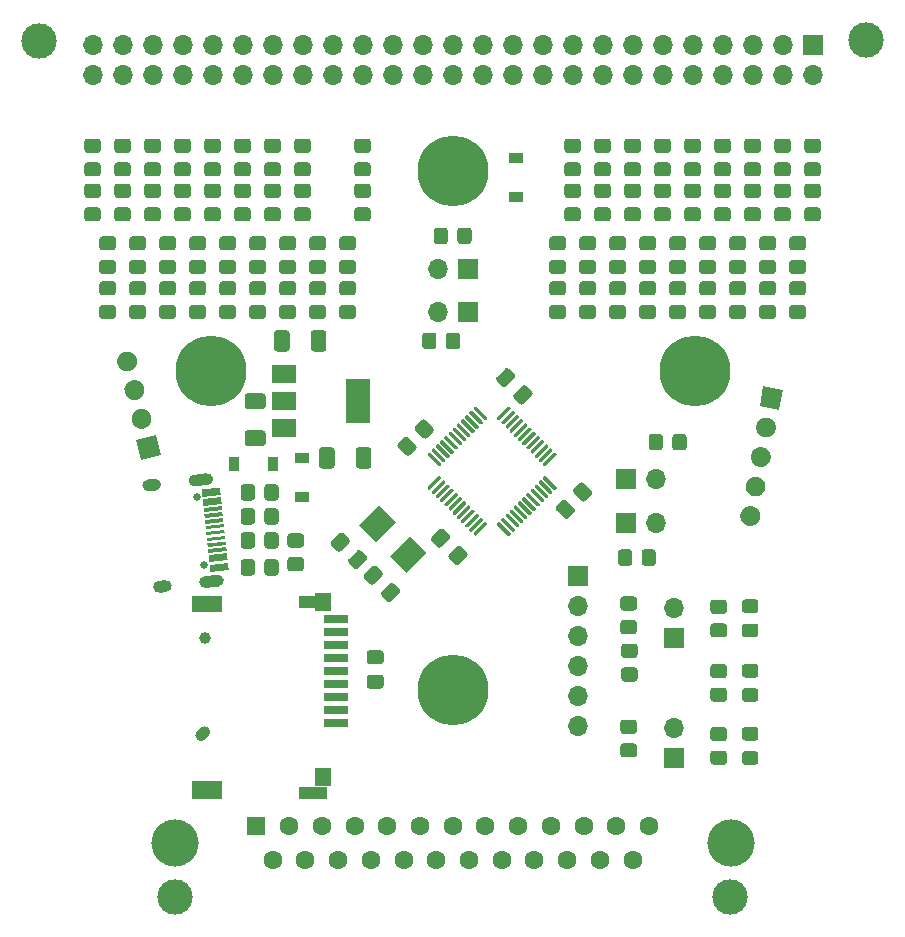
<source format=gts>
%TF.GenerationSoftware,KiCad,Pcbnew,5.1.12-84ad8e8a86~92~ubuntu20.04.1*%
%TF.CreationDate,2022-03-02T23:51:17-06:00*%
%TF.ProjectId,dietSCSI,64696574-5343-4534-992e-6b696361645f,rev?*%
%TF.SameCoordinates,Original*%
%TF.FileFunction,Soldermask,Top*%
%TF.FilePolarity,Negative*%
%FSLAX46Y46*%
G04 Gerber Fmt 4.6, Leading zero omitted, Abs format (unit mm)*
G04 Created by KiCad (PCBNEW 5.1.12-84ad8e8a86~92~ubuntu20.04.1) date 2022-03-02 23:51:17*
%MOMM*%
%LPD*%
G01*
G04 APERTURE LIST*
%ADD10C,0.650000*%
%ADD11C,0.150000*%
%ADD12R,1.400000X1.600000*%
%ADD13C,1.000000*%
%ADD14R,2.000000X0.700000*%
%ADD15R,2.400000X1.100000*%
%ADD16R,2.570000X1.630000*%
%ADD17R,2.570000X1.360000*%
%ADD18R,1.700000X1.700000*%
%ADD19O,1.700000X1.700000*%
%ADD20C,4.000000*%
%ADD21C,1.600000*%
%ADD22R,1.600000X1.600000*%
%ADD23C,6.000000*%
%ADD24R,2.000000X1.500000*%
%ADD25R,2.000000X3.800000*%
%ADD26C,3.000000*%
%ADD27R,1.200000X0.900000*%
%ADD28R,0.900000X1.200000*%
G04 APERTURE END LIST*
%TO.C,J2*%
G36*
G01*
X115575177Y-61741335D02*
X116669151Y-61626353D01*
G75*
G02*
X117218676Y-62071350I52264J-497261D01*
G01*
X117218676Y-62071350D01*
G75*
G02*
X116773679Y-62620875I-497261J-52264D01*
G01*
X115679705Y-62735857D01*
G75*
G02*
X115130180Y-62290860I-52264J497261D01*
G01*
X115130180Y-62290860D01*
G75*
G02*
X115575177Y-61741335I497261J52264D01*
G01*
G37*
G36*
G01*
X116478302Y-70334004D02*
X117572276Y-70219022D01*
G75*
G02*
X118121801Y-70664019I52264J-497261D01*
G01*
X118121801Y-70664019D01*
G75*
G02*
X117676804Y-71213544I-497261J-52264D01*
G01*
X116582830Y-71328526D01*
G75*
G02*
X116033305Y-70883529I-52264J497261D01*
G01*
X116033305Y-70883529D01*
G75*
G02*
X116478302Y-70334004I497261J52264D01*
G01*
G37*
G36*
G01*
X111666705Y-62152132D02*
X112263419Y-62089414D01*
G75*
G02*
X112812944Y-62534411I52264J-497261D01*
G01*
X112812944Y-62534411D01*
G75*
G02*
X112367947Y-63083936I-497261J-52264D01*
G01*
X111771233Y-63146654D01*
G75*
G02*
X111221708Y-62701657I-52264J497261D01*
G01*
X111221708Y-62701657D01*
G75*
G02*
X111666705Y-62152132I497261J52264D01*
G01*
G37*
G36*
G01*
X112569831Y-70744801D02*
X113166545Y-70682083D01*
G75*
G02*
X113716070Y-71127080I52264J-497261D01*
G01*
X113716070Y-71127080D01*
G75*
G02*
X113271073Y-71676605I-497261J-52264D01*
G01*
X112674359Y-71739323D01*
G75*
G02*
X112124834Y-71294326I-52264J497261D01*
G01*
X112124834Y-71294326D01*
G75*
G02*
X112569831Y-70744801I497261J52264D01*
G01*
G37*
D10*
X116430817Y-69403872D03*
X115826642Y-63655535D03*
D11*
G36*
X116919178Y-69362598D02*
G01*
X118460687Y-69200579D01*
X118492046Y-69498936D01*
X116950537Y-69660955D01*
X116919178Y-69362598D01*
G37*
G36*
X116835555Y-68566980D02*
G01*
X118377064Y-68404961D01*
X118408423Y-68703318D01*
X116866914Y-68865337D01*
X116835555Y-68566980D01*
G37*
G36*
X116783291Y-68069719D02*
G01*
X118324800Y-67907700D01*
X118356159Y-68206057D01*
X116814650Y-68368076D01*
X116783291Y-68069719D01*
G37*
G36*
X116731026Y-67572458D02*
G01*
X118272535Y-67410439D01*
X118303894Y-67708796D01*
X116762385Y-67870815D01*
X116731026Y-67572458D01*
G37*
G36*
X116678762Y-67075197D02*
G01*
X118220271Y-66913178D01*
X118251630Y-67211535D01*
X116710121Y-67373554D01*
X116678762Y-67075197D01*
G37*
G36*
X116626498Y-66577936D02*
G01*
X118168007Y-66415917D01*
X118199366Y-66714274D01*
X116657857Y-66876293D01*
X116626498Y-66577936D01*
G37*
G36*
X116574234Y-66080675D02*
G01*
X118115743Y-65918656D01*
X118147102Y-66217013D01*
X116605593Y-66379032D01*
X116574234Y-66080675D01*
G37*
G36*
X116521969Y-65583414D02*
G01*
X118063478Y-65421395D01*
X118094837Y-65719752D01*
X116553328Y-65881771D01*
X116521969Y-65583414D01*
G37*
G36*
X116469705Y-65086153D02*
G01*
X118011214Y-64924134D01*
X118042573Y-65222491D01*
X116501064Y-65384510D01*
X116469705Y-65086153D01*
G37*
G36*
X116417441Y-64588893D02*
G01*
X117958950Y-64426874D01*
X117990309Y-64725231D01*
X116448800Y-64887250D01*
X116417441Y-64588893D01*
G37*
G36*
X116333818Y-63793275D02*
G01*
X117875327Y-63631256D01*
X117906686Y-63929613D01*
X116365177Y-64091632D01*
X116333818Y-63793275D01*
G37*
G36*
X116250195Y-62997657D02*
G01*
X117791704Y-62835638D01*
X117823063Y-63133995D01*
X116281554Y-63296014D01*
X116250195Y-62997657D01*
G37*
G36*
X116281554Y-63296014D02*
G01*
X117823063Y-63133995D01*
X117854422Y-63432352D01*
X116312913Y-63594371D01*
X116281554Y-63296014D01*
G37*
G36*
X116365177Y-64091632D02*
G01*
X117906686Y-63929613D01*
X117938045Y-64227970D01*
X116396536Y-64389989D01*
X116365177Y-64091632D01*
G37*
G36*
X116866913Y-68865337D02*
G01*
X118408422Y-68703318D01*
X118439781Y-69001675D01*
X116898272Y-69163694D01*
X116866913Y-68865337D01*
G37*
G36*
X116950536Y-69660954D02*
G01*
X118492045Y-69498935D01*
X118523404Y-69797292D01*
X116981895Y-69959311D01*
X116950536Y-69660954D01*
G37*
%TD*%
D12*
%TO.C,J13*%
X126492000Y-87339000D03*
X126492000Y-72489000D03*
D13*
X116492000Y-75539000D03*
D14*
X127642000Y-73939000D03*
X127642000Y-75039000D03*
X127642000Y-76139000D03*
X127642000Y-77239000D03*
X127642000Y-78339000D03*
X127642000Y-79439000D03*
X127642000Y-80539000D03*
X127642000Y-81639000D03*
X127642000Y-82739000D03*
D15*
X125633320Y-72549680D03*
X125633320Y-88699680D03*
G36*
G01*
X115855605Y-83468289D02*
X116138447Y-83185447D01*
G75*
G02*
X116845553Y-83185447I353553J-353553D01*
G01*
X116845553Y-83185447D01*
G75*
G02*
X116845553Y-83892553I-353553J-353553D01*
G01*
X116562711Y-84175395D01*
G75*
G02*
X115855605Y-84175395I-353553J353553D01*
G01*
X115855605Y-84175395D01*
G75*
G02*
X115855605Y-83468289I353553J353553D01*
G01*
G37*
D16*
X116707920Y-88452960D03*
D17*
X116707920Y-72659240D03*
%TD*%
D18*
%TO.C,J12*%
X167980000Y-25336500D03*
D19*
X167980000Y-27876500D03*
X165440000Y-25336500D03*
X165440000Y-27876500D03*
X162900000Y-25336500D03*
X162900000Y-27876500D03*
X160360000Y-25336500D03*
X160360000Y-27876500D03*
X157820000Y-25336500D03*
X157820000Y-27876500D03*
X155280000Y-25336500D03*
X155280000Y-27876500D03*
X152740000Y-25336500D03*
X152740000Y-27876500D03*
X150200000Y-25336500D03*
X150200000Y-27876500D03*
X147660000Y-25336500D03*
X147660000Y-27876500D03*
X145120000Y-25336500D03*
X145120000Y-27876500D03*
X142580000Y-25336500D03*
X142580000Y-27876500D03*
X140040000Y-25336500D03*
X140040000Y-27876500D03*
X137500000Y-25336500D03*
X137500000Y-27876500D03*
X134960000Y-25336500D03*
X134960000Y-27876500D03*
X132420000Y-25336500D03*
X132420000Y-27876500D03*
X129880000Y-25336500D03*
X129880000Y-27876500D03*
X127340000Y-25336500D03*
X127340000Y-27876500D03*
X124800000Y-25336500D03*
X124800000Y-27876500D03*
X122260000Y-25336500D03*
X122260000Y-27876500D03*
X119720000Y-25336500D03*
X119720000Y-27876500D03*
X117180000Y-25336500D03*
X117180000Y-27876500D03*
X114640000Y-25336500D03*
X114640000Y-27876500D03*
X112100000Y-25336500D03*
X112100000Y-27876500D03*
X109560000Y-25336500D03*
X109560000Y-27876500D03*
X107020000Y-25336500D03*
X107020000Y-27876500D03*
%TD*%
%TO.C,C1*%
G36*
G01*
X135020073Y-58628178D02*
X134348322Y-57956427D01*
G75*
G02*
X134348322Y-57602873I176777J176777D01*
G01*
X134825619Y-57125576D01*
G75*
G02*
X135179173Y-57125576I176777J-176777D01*
G01*
X135850924Y-57797327D01*
G75*
G02*
X135850924Y-58150881I-176777J-176777D01*
G01*
X135373627Y-58628178D01*
G75*
G02*
X135020073Y-58628178I-176777J176777D01*
G01*
G37*
G36*
G01*
X133552827Y-60095424D02*
X132881076Y-59423673D01*
G75*
G02*
X132881076Y-59070119I176777J176777D01*
G01*
X133358373Y-58592822D01*
G75*
G02*
X133711927Y-58592822I176777J-176777D01*
G01*
X134383678Y-59264573D01*
G75*
G02*
X134383678Y-59618127I-176777J-176777D01*
G01*
X133906381Y-60095424D01*
G75*
G02*
X133552827Y-60095424I-176777J176777D01*
G01*
G37*
%TD*%
D20*
%TO.C,J11*%
X161050000Y-92920000D03*
X113950000Y-92920000D03*
D21*
X152735000Y-94340000D03*
X149965000Y-94340000D03*
X147195000Y-94340000D03*
X144425000Y-94340000D03*
X141655000Y-94340000D03*
X138885000Y-94340000D03*
X136115000Y-94340000D03*
X133345000Y-94340000D03*
X130575000Y-94340000D03*
X127805000Y-94340000D03*
X125035000Y-94340000D03*
X122265000Y-94340000D03*
X154120000Y-91500000D03*
X151350000Y-91500000D03*
X148580000Y-91500000D03*
X145810000Y-91500000D03*
X143040000Y-91500000D03*
X140270000Y-91500000D03*
X137500000Y-91500000D03*
X134730000Y-91500000D03*
X131960000Y-91500000D03*
X129190000Y-91500000D03*
X126420000Y-91500000D03*
X123650000Y-91500000D03*
D22*
X120880000Y-91500000D03*
%TD*%
%TO.C,R87*%
G36*
G01*
X121558000Y-70046001D02*
X121558000Y-69145999D01*
G75*
G02*
X121807999Y-68896000I249999J0D01*
G01*
X122508001Y-68896000D01*
G75*
G02*
X122758000Y-69145999I0J-249999D01*
G01*
X122758000Y-70046001D01*
G75*
G02*
X122508001Y-70296000I-249999J0D01*
G01*
X121807999Y-70296000D01*
G75*
G02*
X121558000Y-70046001I0J249999D01*
G01*
G37*
G36*
G01*
X119558000Y-70046001D02*
X119558000Y-69145999D01*
G75*
G02*
X119807999Y-68896000I249999J0D01*
G01*
X120508001Y-68896000D01*
G75*
G02*
X120758000Y-69145999I0J-249999D01*
G01*
X120758000Y-70046001D01*
G75*
G02*
X120508001Y-70296000I-249999J0D01*
G01*
X119807999Y-70296000D01*
G75*
G02*
X119558000Y-70046001I0J249999D01*
G01*
G37*
%TD*%
%TO.C,R86*%
G36*
G01*
X121558000Y-63696001D02*
X121558000Y-62795999D01*
G75*
G02*
X121807999Y-62546000I249999J0D01*
G01*
X122508001Y-62546000D01*
G75*
G02*
X122758000Y-62795999I0J-249999D01*
G01*
X122758000Y-63696001D01*
G75*
G02*
X122508001Y-63946000I-249999J0D01*
G01*
X121807999Y-63946000D01*
G75*
G02*
X121558000Y-63696001I0J249999D01*
G01*
G37*
G36*
G01*
X119558000Y-63696001D02*
X119558000Y-62795999D01*
G75*
G02*
X119807999Y-62546000I249999J0D01*
G01*
X120508001Y-62546000D01*
G75*
G02*
X120758000Y-62795999I0J-249999D01*
G01*
X120758000Y-63696001D01*
G75*
G02*
X120508001Y-63946000I-249999J0D01*
G01*
X119807999Y-63946000D01*
G75*
G02*
X119558000Y-63696001I0J249999D01*
G01*
G37*
%TD*%
D11*
%TO.C,J4*%
G36*
X112379118Y-58405615D02*
G01*
X112790385Y-60055118D01*
X111140882Y-60466385D01*
X110729615Y-58816882D01*
X112379118Y-58405615D01*
G37*
G36*
G01*
X111979946Y-56804627D02*
X111979946Y-56804627D01*
G75*
G02*
X111360829Y-57835012I-824751J-205634D01*
G01*
X111360829Y-57835012D01*
G75*
G02*
X110330444Y-57215895I-205634J824751D01*
G01*
X110330444Y-57215895D01*
G75*
G02*
X110949561Y-56185510I824751J205634D01*
G01*
X110949561Y-56185510D01*
G75*
G02*
X111979946Y-56804627I205634J-824751D01*
G01*
G37*
G36*
G01*
X111375142Y-54378887D02*
X111375142Y-54378887D01*
G75*
G02*
X110756025Y-55409272I-824751J-205634D01*
G01*
X110756025Y-55409272D01*
G75*
G02*
X109725640Y-54790155I-205634J824751D01*
G01*
X109725640Y-54790155D01*
G75*
G02*
X110344757Y-53759770I824751J205634D01*
G01*
X110344757Y-53759770D01*
G75*
G02*
X111375142Y-54378887I205634J-824751D01*
G01*
G37*
G36*
G01*
X110770337Y-51953148D02*
X110770337Y-51953148D01*
G75*
G02*
X110151220Y-52983533I-824751J-205634D01*
G01*
X110151220Y-52983533D01*
G75*
G02*
X109120835Y-52364416I-205634J824751D01*
G01*
X109120835Y-52364416D01*
G75*
G02*
X109739952Y-51334031I824751J205634D01*
G01*
X109739952Y-51334031D01*
G75*
G02*
X110770337Y-51953148I205634J-824751D01*
G01*
G37*
%TD*%
%TO.C,X1*%
G36*
X132175365Y-68657921D02*
G01*
X133872421Y-66960865D01*
X135286635Y-68375079D01*
X133589579Y-70072135D01*
X132175365Y-68657921D01*
G37*
G36*
X129559069Y-66041625D02*
G01*
X131256125Y-64344569D01*
X132670339Y-65758783D01*
X130973283Y-67455839D01*
X129559069Y-66041625D01*
G37*
%TD*%
D23*
%TO.C,H8*%
X137500000Y-80000000D03*
%TD*%
%TO.C,H7*%
X117000000Y-53000000D03*
%TD*%
%TO.C,H6*%
X158000000Y-53000000D03*
%TD*%
%TO.C,H5*%
X137500000Y-36000000D03*
%TD*%
%TO.C,R85*%
G36*
G01*
X108730201Y-42754600D02*
X107830199Y-42754600D01*
G75*
G02*
X107580200Y-42504601I0J249999D01*
G01*
X107580200Y-41804599D01*
G75*
G02*
X107830199Y-41554600I249999J0D01*
G01*
X108730201Y-41554600D01*
G75*
G02*
X108980200Y-41804599I0J-249999D01*
G01*
X108980200Y-42504601D01*
G75*
G02*
X108730201Y-42754600I-249999J0D01*
G01*
G37*
G36*
G01*
X108730201Y-44754600D02*
X107830199Y-44754600D01*
G75*
G02*
X107580200Y-44504601I0J249999D01*
G01*
X107580200Y-43804599D01*
G75*
G02*
X107830199Y-43554600I249999J0D01*
G01*
X108730201Y-43554600D01*
G75*
G02*
X108980200Y-43804599I0J-249999D01*
G01*
X108980200Y-44504601D01*
G75*
G02*
X108730201Y-44754600I-249999J0D01*
G01*
G37*
%TD*%
%TO.C,R84*%
G36*
G01*
X111270201Y-42754600D02*
X110370199Y-42754600D01*
G75*
G02*
X110120200Y-42504601I0J249999D01*
G01*
X110120200Y-41804599D01*
G75*
G02*
X110370199Y-41554600I249999J0D01*
G01*
X111270201Y-41554600D01*
G75*
G02*
X111520200Y-41804599I0J-249999D01*
G01*
X111520200Y-42504601D01*
G75*
G02*
X111270201Y-42754600I-249999J0D01*
G01*
G37*
G36*
G01*
X111270201Y-44754600D02*
X110370199Y-44754600D01*
G75*
G02*
X110120200Y-44504601I0J249999D01*
G01*
X110120200Y-43804599D01*
G75*
G02*
X110370199Y-43554600I249999J0D01*
G01*
X111270201Y-43554600D01*
G75*
G02*
X111520200Y-43804599I0J-249999D01*
G01*
X111520200Y-44504601D01*
G75*
G02*
X111270201Y-44754600I-249999J0D01*
G01*
G37*
%TD*%
%TO.C,R83*%
G36*
G01*
X113810201Y-42754600D02*
X112910199Y-42754600D01*
G75*
G02*
X112660200Y-42504601I0J249999D01*
G01*
X112660200Y-41804599D01*
G75*
G02*
X112910199Y-41554600I249999J0D01*
G01*
X113810201Y-41554600D01*
G75*
G02*
X114060200Y-41804599I0J-249999D01*
G01*
X114060200Y-42504601D01*
G75*
G02*
X113810201Y-42754600I-249999J0D01*
G01*
G37*
G36*
G01*
X113810201Y-44754600D02*
X112910199Y-44754600D01*
G75*
G02*
X112660200Y-44504601I0J249999D01*
G01*
X112660200Y-43804599D01*
G75*
G02*
X112910199Y-43554600I249999J0D01*
G01*
X113810201Y-43554600D01*
G75*
G02*
X114060200Y-43804599I0J-249999D01*
G01*
X114060200Y-44504601D01*
G75*
G02*
X113810201Y-44754600I-249999J0D01*
G01*
G37*
%TD*%
%TO.C,R82*%
G36*
G01*
X116350201Y-42754600D02*
X115450199Y-42754600D01*
G75*
G02*
X115200200Y-42504601I0J249999D01*
G01*
X115200200Y-41804599D01*
G75*
G02*
X115450199Y-41554600I249999J0D01*
G01*
X116350201Y-41554600D01*
G75*
G02*
X116600200Y-41804599I0J-249999D01*
G01*
X116600200Y-42504601D01*
G75*
G02*
X116350201Y-42754600I-249999J0D01*
G01*
G37*
G36*
G01*
X116350201Y-44754600D02*
X115450199Y-44754600D01*
G75*
G02*
X115200200Y-44504601I0J249999D01*
G01*
X115200200Y-43804599D01*
G75*
G02*
X115450199Y-43554600I249999J0D01*
G01*
X116350201Y-43554600D01*
G75*
G02*
X116600200Y-43804599I0J-249999D01*
G01*
X116600200Y-44504601D01*
G75*
G02*
X116350201Y-44754600I-249999J0D01*
G01*
G37*
%TD*%
%TO.C,R81*%
G36*
G01*
X118890201Y-42754600D02*
X117990199Y-42754600D01*
G75*
G02*
X117740200Y-42504601I0J249999D01*
G01*
X117740200Y-41804599D01*
G75*
G02*
X117990199Y-41554600I249999J0D01*
G01*
X118890201Y-41554600D01*
G75*
G02*
X119140200Y-41804599I0J-249999D01*
G01*
X119140200Y-42504601D01*
G75*
G02*
X118890201Y-42754600I-249999J0D01*
G01*
G37*
G36*
G01*
X118890201Y-44754600D02*
X117990199Y-44754600D01*
G75*
G02*
X117740200Y-44504601I0J249999D01*
G01*
X117740200Y-43804599D01*
G75*
G02*
X117990199Y-43554600I249999J0D01*
G01*
X118890201Y-43554600D01*
G75*
G02*
X119140200Y-43804599I0J-249999D01*
G01*
X119140200Y-44504601D01*
G75*
G02*
X118890201Y-44754600I-249999J0D01*
G01*
G37*
%TD*%
%TO.C,R80*%
G36*
G01*
X121430201Y-42754600D02*
X120530199Y-42754600D01*
G75*
G02*
X120280200Y-42504601I0J249999D01*
G01*
X120280200Y-41804599D01*
G75*
G02*
X120530199Y-41554600I249999J0D01*
G01*
X121430201Y-41554600D01*
G75*
G02*
X121680200Y-41804599I0J-249999D01*
G01*
X121680200Y-42504601D01*
G75*
G02*
X121430201Y-42754600I-249999J0D01*
G01*
G37*
G36*
G01*
X121430201Y-44754600D02*
X120530199Y-44754600D01*
G75*
G02*
X120280200Y-44504601I0J249999D01*
G01*
X120280200Y-43804599D01*
G75*
G02*
X120530199Y-43554600I249999J0D01*
G01*
X121430201Y-43554600D01*
G75*
G02*
X121680200Y-43804599I0J-249999D01*
G01*
X121680200Y-44504601D01*
G75*
G02*
X121430201Y-44754600I-249999J0D01*
G01*
G37*
%TD*%
%TO.C,R79*%
G36*
G01*
X123970201Y-42754600D02*
X123070199Y-42754600D01*
G75*
G02*
X122820200Y-42504601I0J249999D01*
G01*
X122820200Y-41804599D01*
G75*
G02*
X123070199Y-41554600I249999J0D01*
G01*
X123970201Y-41554600D01*
G75*
G02*
X124220200Y-41804599I0J-249999D01*
G01*
X124220200Y-42504601D01*
G75*
G02*
X123970201Y-42754600I-249999J0D01*
G01*
G37*
G36*
G01*
X123970201Y-44754600D02*
X123070199Y-44754600D01*
G75*
G02*
X122820200Y-44504601I0J249999D01*
G01*
X122820200Y-43804599D01*
G75*
G02*
X123070199Y-43554600I249999J0D01*
G01*
X123970201Y-43554600D01*
G75*
G02*
X124220200Y-43804599I0J-249999D01*
G01*
X124220200Y-44504601D01*
G75*
G02*
X123970201Y-44754600I-249999J0D01*
G01*
G37*
%TD*%
%TO.C,R78*%
G36*
G01*
X126510201Y-42754600D02*
X125610199Y-42754600D01*
G75*
G02*
X125360200Y-42504601I0J249999D01*
G01*
X125360200Y-41804599D01*
G75*
G02*
X125610199Y-41554600I249999J0D01*
G01*
X126510201Y-41554600D01*
G75*
G02*
X126760200Y-41804599I0J-249999D01*
G01*
X126760200Y-42504601D01*
G75*
G02*
X126510201Y-42754600I-249999J0D01*
G01*
G37*
G36*
G01*
X126510201Y-44754600D02*
X125610199Y-44754600D01*
G75*
G02*
X125360200Y-44504601I0J249999D01*
G01*
X125360200Y-43804599D01*
G75*
G02*
X125610199Y-43554600I249999J0D01*
G01*
X126510201Y-43554600D01*
G75*
G02*
X126760200Y-43804599I0J-249999D01*
G01*
X126760200Y-44504601D01*
G75*
G02*
X126510201Y-44754600I-249999J0D01*
G01*
G37*
%TD*%
%TO.C,R77*%
G36*
G01*
X129050201Y-42754600D02*
X128150199Y-42754600D01*
G75*
G02*
X127900200Y-42504601I0J249999D01*
G01*
X127900200Y-41804599D01*
G75*
G02*
X128150199Y-41554600I249999J0D01*
G01*
X129050201Y-41554600D01*
G75*
G02*
X129300200Y-41804599I0J-249999D01*
G01*
X129300200Y-42504601D01*
G75*
G02*
X129050201Y-42754600I-249999J0D01*
G01*
G37*
G36*
G01*
X129050201Y-44754600D02*
X128150199Y-44754600D01*
G75*
G02*
X127900200Y-44504601I0J249999D01*
G01*
X127900200Y-43804599D01*
G75*
G02*
X128150199Y-43554600I249999J0D01*
G01*
X129050201Y-43554600D01*
G75*
G02*
X129300200Y-43804599I0J-249999D01*
G01*
X129300200Y-44504601D01*
G75*
G02*
X129050201Y-44754600I-249999J0D01*
G01*
G37*
%TD*%
%TO.C,R76*%
G36*
G01*
X146830201Y-42754600D02*
X145930199Y-42754600D01*
G75*
G02*
X145680200Y-42504601I0J249999D01*
G01*
X145680200Y-41804599D01*
G75*
G02*
X145930199Y-41554600I249999J0D01*
G01*
X146830201Y-41554600D01*
G75*
G02*
X147080200Y-41804599I0J-249999D01*
G01*
X147080200Y-42504601D01*
G75*
G02*
X146830201Y-42754600I-249999J0D01*
G01*
G37*
G36*
G01*
X146830201Y-44754600D02*
X145930199Y-44754600D01*
G75*
G02*
X145680200Y-44504601I0J249999D01*
G01*
X145680200Y-43804599D01*
G75*
G02*
X145930199Y-43554600I249999J0D01*
G01*
X146830201Y-43554600D01*
G75*
G02*
X147080200Y-43804599I0J-249999D01*
G01*
X147080200Y-44504601D01*
G75*
G02*
X146830201Y-44754600I-249999J0D01*
G01*
G37*
%TD*%
%TO.C,R75*%
G36*
G01*
X149370201Y-42754600D02*
X148470199Y-42754600D01*
G75*
G02*
X148220200Y-42504601I0J249999D01*
G01*
X148220200Y-41804599D01*
G75*
G02*
X148470199Y-41554600I249999J0D01*
G01*
X149370201Y-41554600D01*
G75*
G02*
X149620200Y-41804599I0J-249999D01*
G01*
X149620200Y-42504601D01*
G75*
G02*
X149370201Y-42754600I-249999J0D01*
G01*
G37*
G36*
G01*
X149370201Y-44754600D02*
X148470199Y-44754600D01*
G75*
G02*
X148220200Y-44504601I0J249999D01*
G01*
X148220200Y-43804599D01*
G75*
G02*
X148470199Y-43554600I249999J0D01*
G01*
X149370201Y-43554600D01*
G75*
G02*
X149620200Y-43804599I0J-249999D01*
G01*
X149620200Y-44504601D01*
G75*
G02*
X149370201Y-44754600I-249999J0D01*
G01*
G37*
%TD*%
%TO.C,R74*%
G36*
G01*
X151910201Y-42754600D02*
X151010199Y-42754600D01*
G75*
G02*
X150760200Y-42504601I0J249999D01*
G01*
X150760200Y-41804599D01*
G75*
G02*
X151010199Y-41554600I249999J0D01*
G01*
X151910201Y-41554600D01*
G75*
G02*
X152160200Y-41804599I0J-249999D01*
G01*
X152160200Y-42504601D01*
G75*
G02*
X151910201Y-42754600I-249999J0D01*
G01*
G37*
G36*
G01*
X151910201Y-44754600D02*
X151010199Y-44754600D01*
G75*
G02*
X150760200Y-44504601I0J249999D01*
G01*
X150760200Y-43804599D01*
G75*
G02*
X151010199Y-43554600I249999J0D01*
G01*
X151910201Y-43554600D01*
G75*
G02*
X152160200Y-43804599I0J-249999D01*
G01*
X152160200Y-44504601D01*
G75*
G02*
X151910201Y-44754600I-249999J0D01*
G01*
G37*
%TD*%
%TO.C,R73*%
G36*
G01*
X154450201Y-42754600D02*
X153550199Y-42754600D01*
G75*
G02*
X153300200Y-42504601I0J249999D01*
G01*
X153300200Y-41804599D01*
G75*
G02*
X153550199Y-41554600I249999J0D01*
G01*
X154450201Y-41554600D01*
G75*
G02*
X154700200Y-41804599I0J-249999D01*
G01*
X154700200Y-42504601D01*
G75*
G02*
X154450201Y-42754600I-249999J0D01*
G01*
G37*
G36*
G01*
X154450201Y-44754600D02*
X153550199Y-44754600D01*
G75*
G02*
X153300200Y-44504601I0J249999D01*
G01*
X153300200Y-43804599D01*
G75*
G02*
X153550199Y-43554600I249999J0D01*
G01*
X154450201Y-43554600D01*
G75*
G02*
X154700200Y-43804599I0J-249999D01*
G01*
X154700200Y-44504601D01*
G75*
G02*
X154450201Y-44754600I-249999J0D01*
G01*
G37*
%TD*%
%TO.C,R72*%
G36*
G01*
X156990201Y-42754600D02*
X156090199Y-42754600D01*
G75*
G02*
X155840200Y-42504601I0J249999D01*
G01*
X155840200Y-41804599D01*
G75*
G02*
X156090199Y-41554600I249999J0D01*
G01*
X156990201Y-41554600D01*
G75*
G02*
X157240200Y-41804599I0J-249999D01*
G01*
X157240200Y-42504601D01*
G75*
G02*
X156990201Y-42754600I-249999J0D01*
G01*
G37*
G36*
G01*
X156990201Y-44754600D02*
X156090199Y-44754600D01*
G75*
G02*
X155840200Y-44504601I0J249999D01*
G01*
X155840200Y-43804599D01*
G75*
G02*
X156090199Y-43554600I249999J0D01*
G01*
X156990201Y-43554600D01*
G75*
G02*
X157240200Y-43804599I0J-249999D01*
G01*
X157240200Y-44504601D01*
G75*
G02*
X156990201Y-44754600I-249999J0D01*
G01*
G37*
%TD*%
%TO.C,R71*%
G36*
G01*
X159530201Y-42754600D02*
X158630199Y-42754600D01*
G75*
G02*
X158380200Y-42504601I0J249999D01*
G01*
X158380200Y-41804599D01*
G75*
G02*
X158630199Y-41554600I249999J0D01*
G01*
X159530201Y-41554600D01*
G75*
G02*
X159780200Y-41804599I0J-249999D01*
G01*
X159780200Y-42504601D01*
G75*
G02*
X159530201Y-42754600I-249999J0D01*
G01*
G37*
G36*
G01*
X159530201Y-44754600D02*
X158630199Y-44754600D01*
G75*
G02*
X158380200Y-44504601I0J249999D01*
G01*
X158380200Y-43804599D01*
G75*
G02*
X158630199Y-43554600I249999J0D01*
G01*
X159530201Y-43554600D01*
G75*
G02*
X159780200Y-43804599I0J-249999D01*
G01*
X159780200Y-44504601D01*
G75*
G02*
X159530201Y-44754600I-249999J0D01*
G01*
G37*
%TD*%
%TO.C,R70*%
G36*
G01*
X162070201Y-42754600D02*
X161170199Y-42754600D01*
G75*
G02*
X160920200Y-42504601I0J249999D01*
G01*
X160920200Y-41804599D01*
G75*
G02*
X161170199Y-41554600I249999J0D01*
G01*
X162070201Y-41554600D01*
G75*
G02*
X162320200Y-41804599I0J-249999D01*
G01*
X162320200Y-42504601D01*
G75*
G02*
X162070201Y-42754600I-249999J0D01*
G01*
G37*
G36*
G01*
X162070201Y-44754600D02*
X161170199Y-44754600D01*
G75*
G02*
X160920200Y-44504601I0J249999D01*
G01*
X160920200Y-43804599D01*
G75*
G02*
X161170199Y-43554600I249999J0D01*
G01*
X162070201Y-43554600D01*
G75*
G02*
X162320200Y-43804599I0J-249999D01*
G01*
X162320200Y-44504601D01*
G75*
G02*
X162070201Y-44754600I-249999J0D01*
G01*
G37*
%TD*%
%TO.C,R69*%
G36*
G01*
X164610201Y-42754600D02*
X163710199Y-42754600D01*
G75*
G02*
X163460200Y-42504601I0J249999D01*
G01*
X163460200Y-41804599D01*
G75*
G02*
X163710199Y-41554600I249999J0D01*
G01*
X164610201Y-41554600D01*
G75*
G02*
X164860200Y-41804599I0J-249999D01*
G01*
X164860200Y-42504601D01*
G75*
G02*
X164610201Y-42754600I-249999J0D01*
G01*
G37*
G36*
G01*
X164610201Y-44754600D02*
X163710199Y-44754600D01*
G75*
G02*
X163460200Y-44504601I0J249999D01*
G01*
X163460200Y-43804599D01*
G75*
G02*
X163710199Y-43554600I249999J0D01*
G01*
X164610201Y-43554600D01*
G75*
G02*
X164860200Y-43804599I0J-249999D01*
G01*
X164860200Y-44504601D01*
G75*
G02*
X164610201Y-44754600I-249999J0D01*
G01*
G37*
%TD*%
%TO.C,R68*%
G36*
G01*
X167150201Y-42754600D02*
X166250199Y-42754600D01*
G75*
G02*
X166000200Y-42504601I0J249999D01*
G01*
X166000200Y-41804599D01*
G75*
G02*
X166250199Y-41554600I249999J0D01*
G01*
X167150201Y-41554600D01*
G75*
G02*
X167400200Y-41804599I0J-249999D01*
G01*
X167400200Y-42504601D01*
G75*
G02*
X167150201Y-42754600I-249999J0D01*
G01*
G37*
G36*
G01*
X167150201Y-44754600D02*
X166250199Y-44754600D01*
G75*
G02*
X166000200Y-44504601I0J249999D01*
G01*
X166000200Y-43804599D01*
G75*
G02*
X166250199Y-43554600I249999J0D01*
G01*
X167150201Y-43554600D01*
G75*
G02*
X167400200Y-43804599I0J-249999D01*
G01*
X167400200Y-44504601D01*
G75*
G02*
X167150201Y-44754600I-249999J0D01*
G01*
G37*
%TD*%
%TO.C,R47*%
G36*
G01*
X107460201Y-34499600D02*
X106560199Y-34499600D01*
G75*
G02*
X106310200Y-34249601I0J249999D01*
G01*
X106310200Y-33549599D01*
G75*
G02*
X106560199Y-33299600I249999J0D01*
G01*
X107460201Y-33299600D01*
G75*
G02*
X107710200Y-33549599I0J-249999D01*
G01*
X107710200Y-34249601D01*
G75*
G02*
X107460201Y-34499600I-249999J0D01*
G01*
G37*
G36*
G01*
X107460201Y-36499600D02*
X106560199Y-36499600D01*
G75*
G02*
X106310200Y-36249601I0J249999D01*
G01*
X106310200Y-35549599D01*
G75*
G02*
X106560199Y-35299600I249999J0D01*
G01*
X107460201Y-35299600D01*
G75*
G02*
X107710200Y-35549599I0J-249999D01*
G01*
X107710200Y-36249601D01*
G75*
G02*
X107460201Y-36499600I-249999J0D01*
G01*
G37*
%TD*%
%TO.C,R46*%
G36*
G01*
X110000201Y-34499600D02*
X109100199Y-34499600D01*
G75*
G02*
X108850200Y-34249601I0J249999D01*
G01*
X108850200Y-33549599D01*
G75*
G02*
X109100199Y-33299600I249999J0D01*
G01*
X110000201Y-33299600D01*
G75*
G02*
X110250200Y-33549599I0J-249999D01*
G01*
X110250200Y-34249601D01*
G75*
G02*
X110000201Y-34499600I-249999J0D01*
G01*
G37*
G36*
G01*
X110000201Y-36499600D02*
X109100199Y-36499600D01*
G75*
G02*
X108850200Y-36249601I0J249999D01*
G01*
X108850200Y-35549599D01*
G75*
G02*
X109100199Y-35299600I249999J0D01*
G01*
X110000201Y-35299600D01*
G75*
G02*
X110250200Y-35549599I0J-249999D01*
G01*
X110250200Y-36249601D01*
G75*
G02*
X110000201Y-36499600I-249999J0D01*
G01*
G37*
%TD*%
%TO.C,R45*%
G36*
G01*
X112540201Y-34499600D02*
X111640199Y-34499600D01*
G75*
G02*
X111390200Y-34249601I0J249999D01*
G01*
X111390200Y-33549599D01*
G75*
G02*
X111640199Y-33299600I249999J0D01*
G01*
X112540201Y-33299600D01*
G75*
G02*
X112790200Y-33549599I0J-249999D01*
G01*
X112790200Y-34249601D01*
G75*
G02*
X112540201Y-34499600I-249999J0D01*
G01*
G37*
G36*
G01*
X112540201Y-36499600D02*
X111640199Y-36499600D01*
G75*
G02*
X111390200Y-36249601I0J249999D01*
G01*
X111390200Y-35549599D01*
G75*
G02*
X111640199Y-35299600I249999J0D01*
G01*
X112540201Y-35299600D01*
G75*
G02*
X112790200Y-35549599I0J-249999D01*
G01*
X112790200Y-36249601D01*
G75*
G02*
X112540201Y-36499600I-249999J0D01*
G01*
G37*
%TD*%
%TO.C,R44*%
G36*
G01*
X115080201Y-34499600D02*
X114180199Y-34499600D01*
G75*
G02*
X113930200Y-34249601I0J249999D01*
G01*
X113930200Y-33549599D01*
G75*
G02*
X114180199Y-33299600I249999J0D01*
G01*
X115080201Y-33299600D01*
G75*
G02*
X115330200Y-33549599I0J-249999D01*
G01*
X115330200Y-34249601D01*
G75*
G02*
X115080201Y-34499600I-249999J0D01*
G01*
G37*
G36*
G01*
X115080201Y-36499600D02*
X114180199Y-36499600D01*
G75*
G02*
X113930200Y-36249601I0J249999D01*
G01*
X113930200Y-35549599D01*
G75*
G02*
X114180199Y-35299600I249999J0D01*
G01*
X115080201Y-35299600D01*
G75*
G02*
X115330200Y-35549599I0J-249999D01*
G01*
X115330200Y-36249601D01*
G75*
G02*
X115080201Y-36499600I-249999J0D01*
G01*
G37*
%TD*%
%TO.C,R43*%
G36*
G01*
X117620201Y-34499600D02*
X116720199Y-34499600D01*
G75*
G02*
X116470200Y-34249601I0J249999D01*
G01*
X116470200Y-33549599D01*
G75*
G02*
X116720199Y-33299600I249999J0D01*
G01*
X117620201Y-33299600D01*
G75*
G02*
X117870200Y-33549599I0J-249999D01*
G01*
X117870200Y-34249601D01*
G75*
G02*
X117620201Y-34499600I-249999J0D01*
G01*
G37*
G36*
G01*
X117620201Y-36499600D02*
X116720199Y-36499600D01*
G75*
G02*
X116470200Y-36249601I0J249999D01*
G01*
X116470200Y-35549599D01*
G75*
G02*
X116720199Y-35299600I249999J0D01*
G01*
X117620201Y-35299600D01*
G75*
G02*
X117870200Y-35549599I0J-249999D01*
G01*
X117870200Y-36249601D01*
G75*
G02*
X117620201Y-36499600I-249999J0D01*
G01*
G37*
%TD*%
%TO.C,R42*%
G36*
G01*
X120160201Y-34499600D02*
X119260199Y-34499600D01*
G75*
G02*
X119010200Y-34249601I0J249999D01*
G01*
X119010200Y-33549599D01*
G75*
G02*
X119260199Y-33299600I249999J0D01*
G01*
X120160201Y-33299600D01*
G75*
G02*
X120410200Y-33549599I0J-249999D01*
G01*
X120410200Y-34249601D01*
G75*
G02*
X120160201Y-34499600I-249999J0D01*
G01*
G37*
G36*
G01*
X120160201Y-36499600D02*
X119260199Y-36499600D01*
G75*
G02*
X119010200Y-36249601I0J249999D01*
G01*
X119010200Y-35549599D01*
G75*
G02*
X119260199Y-35299600I249999J0D01*
G01*
X120160201Y-35299600D01*
G75*
G02*
X120410200Y-35549599I0J-249999D01*
G01*
X120410200Y-36249601D01*
G75*
G02*
X120160201Y-36499600I-249999J0D01*
G01*
G37*
%TD*%
%TO.C,R41*%
G36*
G01*
X122700201Y-34499600D02*
X121800199Y-34499600D01*
G75*
G02*
X121550200Y-34249601I0J249999D01*
G01*
X121550200Y-33549599D01*
G75*
G02*
X121800199Y-33299600I249999J0D01*
G01*
X122700201Y-33299600D01*
G75*
G02*
X122950200Y-33549599I0J-249999D01*
G01*
X122950200Y-34249601D01*
G75*
G02*
X122700201Y-34499600I-249999J0D01*
G01*
G37*
G36*
G01*
X122700201Y-36499600D02*
X121800199Y-36499600D01*
G75*
G02*
X121550200Y-36249601I0J249999D01*
G01*
X121550200Y-35549599D01*
G75*
G02*
X121800199Y-35299600I249999J0D01*
G01*
X122700201Y-35299600D01*
G75*
G02*
X122950200Y-35549599I0J-249999D01*
G01*
X122950200Y-36249601D01*
G75*
G02*
X122700201Y-36499600I-249999J0D01*
G01*
G37*
%TD*%
%TO.C,R40*%
G36*
G01*
X125240201Y-34499600D02*
X124340199Y-34499600D01*
G75*
G02*
X124090200Y-34249601I0J249999D01*
G01*
X124090200Y-33549599D01*
G75*
G02*
X124340199Y-33299600I249999J0D01*
G01*
X125240201Y-33299600D01*
G75*
G02*
X125490200Y-33549599I0J-249999D01*
G01*
X125490200Y-34249601D01*
G75*
G02*
X125240201Y-34499600I-249999J0D01*
G01*
G37*
G36*
G01*
X125240201Y-36499600D02*
X124340199Y-36499600D01*
G75*
G02*
X124090200Y-36249601I0J249999D01*
G01*
X124090200Y-35549599D01*
G75*
G02*
X124340199Y-35299600I249999J0D01*
G01*
X125240201Y-35299600D01*
G75*
G02*
X125490200Y-35549599I0J-249999D01*
G01*
X125490200Y-36249601D01*
G75*
G02*
X125240201Y-36499600I-249999J0D01*
G01*
G37*
%TD*%
%TO.C,R39*%
G36*
G01*
X130320201Y-34499600D02*
X129420199Y-34499600D01*
G75*
G02*
X129170200Y-34249601I0J249999D01*
G01*
X129170200Y-33549599D01*
G75*
G02*
X129420199Y-33299600I249999J0D01*
G01*
X130320201Y-33299600D01*
G75*
G02*
X130570200Y-33549599I0J-249999D01*
G01*
X130570200Y-34249601D01*
G75*
G02*
X130320201Y-34499600I-249999J0D01*
G01*
G37*
G36*
G01*
X130320201Y-36499600D02*
X129420199Y-36499600D01*
G75*
G02*
X129170200Y-36249601I0J249999D01*
G01*
X129170200Y-35549599D01*
G75*
G02*
X129420199Y-35299600I249999J0D01*
G01*
X130320201Y-35299600D01*
G75*
G02*
X130570200Y-35549599I0J-249999D01*
G01*
X130570200Y-36249601D01*
G75*
G02*
X130320201Y-36499600I-249999J0D01*
G01*
G37*
%TD*%
%TO.C,R38*%
G36*
G01*
X148100201Y-34499600D02*
X147200199Y-34499600D01*
G75*
G02*
X146950200Y-34249601I0J249999D01*
G01*
X146950200Y-33549599D01*
G75*
G02*
X147200199Y-33299600I249999J0D01*
G01*
X148100201Y-33299600D01*
G75*
G02*
X148350200Y-33549599I0J-249999D01*
G01*
X148350200Y-34249601D01*
G75*
G02*
X148100201Y-34499600I-249999J0D01*
G01*
G37*
G36*
G01*
X148100201Y-36499600D02*
X147200199Y-36499600D01*
G75*
G02*
X146950200Y-36249601I0J249999D01*
G01*
X146950200Y-35549599D01*
G75*
G02*
X147200199Y-35299600I249999J0D01*
G01*
X148100201Y-35299600D01*
G75*
G02*
X148350200Y-35549599I0J-249999D01*
G01*
X148350200Y-36249601D01*
G75*
G02*
X148100201Y-36499600I-249999J0D01*
G01*
G37*
%TD*%
%TO.C,R37*%
G36*
G01*
X150640201Y-34499600D02*
X149740199Y-34499600D01*
G75*
G02*
X149490200Y-34249601I0J249999D01*
G01*
X149490200Y-33549599D01*
G75*
G02*
X149740199Y-33299600I249999J0D01*
G01*
X150640201Y-33299600D01*
G75*
G02*
X150890200Y-33549599I0J-249999D01*
G01*
X150890200Y-34249601D01*
G75*
G02*
X150640201Y-34499600I-249999J0D01*
G01*
G37*
G36*
G01*
X150640201Y-36499600D02*
X149740199Y-36499600D01*
G75*
G02*
X149490200Y-36249601I0J249999D01*
G01*
X149490200Y-35549599D01*
G75*
G02*
X149740199Y-35299600I249999J0D01*
G01*
X150640201Y-35299600D01*
G75*
G02*
X150890200Y-35549599I0J-249999D01*
G01*
X150890200Y-36249601D01*
G75*
G02*
X150640201Y-36499600I-249999J0D01*
G01*
G37*
%TD*%
%TO.C,R36*%
G36*
G01*
X153180201Y-34499600D02*
X152280199Y-34499600D01*
G75*
G02*
X152030200Y-34249601I0J249999D01*
G01*
X152030200Y-33549599D01*
G75*
G02*
X152280199Y-33299600I249999J0D01*
G01*
X153180201Y-33299600D01*
G75*
G02*
X153430200Y-33549599I0J-249999D01*
G01*
X153430200Y-34249601D01*
G75*
G02*
X153180201Y-34499600I-249999J0D01*
G01*
G37*
G36*
G01*
X153180201Y-36499600D02*
X152280199Y-36499600D01*
G75*
G02*
X152030200Y-36249601I0J249999D01*
G01*
X152030200Y-35549599D01*
G75*
G02*
X152280199Y-35299600I249999J0D01*
G01*
X153180201Y-35299600D01*
G75*
G02*
X153430200Y-35549599I0J-249999D01*
G01*
X153430200Y-36249601D01*
G75*
G02*
X153180201Y-36499600I-249999J0D01*
G01*
G37*
%TD*%
%TO.C,R35*%
G36*
G01*
X155720201Y-34499600D02*
X154820199Y-34499600D01*
G75*
G02*
X154570200Y-34249601I0J249999D01*
G01*
X154570200Y-33549599D01*
G75*
G02*
X154820199Y-33299600I249999J0D01*
G01*
X155720201Y-33299600D01*
G75*
G02*
X155970200Y-33549599I0J-249999D01*
G01*
X155970200Y-34249601D01*
G75*
G02*
X155720201Y-34499600I-249999J0D01*
G01*
G37*
G36*
G01*
X155720201Y-36499600D02*
X154820199Y-36499600D01*
G75*
G02*
X154570200Y-36249601I0J249999D01*
G01*
X154570200Y-35549599D01*
G75*
G02*
X154820199Y-35299600I249999J0D01*
G01*
X155720201Y-35299600D01*
G75*
G02*
X155970200Y-35549599I0J-249999D01*
G01*
X155970200Y-36249601D01*
G75*
G02*
X155720201Y-36499600I-249999J0D01*
G01*
G37*
%TD*%
%TO.C,R34*%
G36*
G01*
X158260201Y-34499600D02*
X157360199Y-34499600D01*
G75*
G02*
X157110200Y-34249601I0J249999D01*
G01*
X157110200Y-33549599D01*
G75*
G02*
X157360199Y-33299600I249999J0D01*
G01*
X158260201Y-33299600D01*
G75*
G02*
X158510200Y-33549599I0J-249999D01*
G01*
X158510200Y-34249601D01*
G75*
G02*
X158260201Y-34499600I-249999J0D01*
G01*
G37*
G36*
G01*
X158260201Y-36499600D02*
X157360199Y-36499600D01*
G75*
G02*
X157110200Y-36249601I0J249999D01*
G01*
X157110200Y-35549599D01*
G75*
G02*
X157360199Y-35299600I249999J0D01*
G01*
X158260201Y-35299600D01*
G75*
G02*
X158510200Y-35549599I0J-249999D01*
G01*
X158510200Y-36249601D01*
G75*
G02*
X158260201Y-36499600I-249999J0D01*
G01*
G37*
%TD*%
%TO.C,R33*%
G36*
G01*
X160800201Y-34499600D02*
X159900199Y-34499600D01*
G75*
G02*
X159650200Y-34249601I0J249999D01*
G01*
X159650200Y-33549599D01*
G75*
G02*
X159900199Y-33299600I249999J0D01*
G01*
X160800201Y-33299600D01*
G75*
G02*
X161050200Y-33549599I0J-249999D01*
G01*
X161050200Y-34249601D01*
G75*
G02*
X160800201Y-34499600I-249999J0D01*
G01*
G37*
G36*
G01*
X160800201Y-36499600D02*
X159900199Y-36499600D01*
G75*
G02*
X159650200Y-36249601I0J249999D01*
G01*
X159650200Y-35549599D01*
G75*
G02*
X159900199Y-35299600I249999J0D01*
G01*
X160800201Y-35299600D01*
G75*
G02*
X161050200Y-35549599I0J-249999D01*
G01*
X161050200Y-36249601D01*
G75*
G02*
X160800201Y-36499600I-249999J0D01*
G01*
G37*
%TD*%
%TO.C,R32*%
G36*
G01*
X163340201Y-34499600D02*
X162440199Y-34499600D01*
G75*
G02*
X162190200Y-34249601I0J249999D01*
G01*
X162190200Y-33549599D01*
G75*
G02*
X162440199Y-33299600I249999J0D01*
G01*
X163340201Y-33299600D01*
G75*
G02*
X163590200Y-33549599I0J-249999D01*
G01*
X163590200Y-34249601D01*
G75*
G02*
X163340201Y-34499600I-249999J0D01*
G01*
G37*
G36*
G01*
X163340201Y-36499600D02*
X162440199Y-36499600D01*
G75*
G02*
X162190200Y-36249601I0J249999D01*
G01*
X162190200Y-35549599D01*
G75*
G02*
X162440199Y-35299600I249999J0D01*
G01*
X163340201Y-35299600D01*
G75*
G02*
X163590200Y-35549599I0J-249999D01*
G01*
X163590200Y-36249601D01*
G75*
G02*
X163340201Y-36499600I-249999J0D01*
G01*
G37*
%TD*%
%TO.C,R31*%
G36*
G01*
X165880201Y-34499600D02*
X164980199Y-34499600D01*
G75*
G02*
X164730200Y-34249601I0J249999D01*
G01*
X164730200Y-33549599D01*
G75*
G02*
X164980199Y-33299600I249999J0D01*
G01*
X165880201Y-33299600D01*
G75*
G02*
X166130200Y-33549599I0J-249999D01*
G01*
X166130200Y-34249601D01*
G75*
G02*
X165880201Y-34499600I-249999J0D01*
G01*
G37*
G36*
G01*
X165880201Y-36499600D02*
X164980199Y-36499600D01*
G75*
G02*
X164730200Y-36249601I0J249999D01*
G01*
X164730200Y-35549599D01*
G75*
G02*
X164980199Y-35299600I249999J0D01*
G01*
X165880201Y-35299600D01*
G75*
G02*
X166130200Y-35549599I0J-249999D01*
G01*
X166130200Y-36249601D01*
G75*
G02*
X165880201Y-36499600I-249999J0D01*
G01*
G37*
%TD*%
%TO.C,R30*%
G36*
G01*
X168420201Y-34499600D02*
X167520199Y-34499600D01*
G75*
G02*
X167270200Y-34249601I0J249999D01*
G01*
X167270200Y-33549599D01*
G75*
G02*
X167520199Y-33299600I249999J0D01*
G01*
X168420201Y-33299600D01*
G75*
G02*
X168670200Y-33549599I0J-249999D01*
G01*
X168670200Y-34249601D01*
G75*
G02*
X168420201Y-34499600I-249999J0D01*
G01*
G37*
G36*
G01*
X168420201Y-36499600D02*
X167520199Y-36499600D01*
G75*
G02*
X167270200Y-36249601I0J249999D01*
G01*
X167270200Y-35549599D01*
G75*
G02*
X167520199Y-35299600I249999J0D01*
G01*
X168420201Y-35299600D01*
G75*
G02*
X168670200Y-35549599I0J-249999D01*
G01*
X168670200Y-36249601D01*
G75*
G02*
X168420201Y-36499600I-249999J0D01*
G01*
G37*
%TD*%
%TO.C,C7*%
G36*
G01*
X123687000Y-49768997D02*
X123687000Y-51069003D01*
G75*
G02*
X123437003Y-51319000I-249997J0D01*
G01*
X122611997Y-51319000D01*
G75*
G02*
X122362000Y-51069003I0J249997D01*
G01*
X122362000Y-49768997D01*
G75*
G02*
X122611997Y-49519000I249997J0D01*
G01*
X123437003Y-49519000D01*
G75*
G02*
X123687000Y-49768997I0J-249997D01*
G01*
G37*
G36*
G01*
X126812000Y-49768997D02*
X126812000Y-51069003D01*
G75*
G02*
X126562003Y-51319000I-249997J0D01*
G01*
X125736997Y-51319000D01*
G75*
G02*
X125487000Y-51069003I0J249997D01*
G01*
X125487000Y-49768997D01*
G75*
G02*
X125736997Y-49519000I249997J0D01*
G01*
X126562003Y-49519000D01*
G75*
G02*
X126812000Y-49768997I0J-249997D01*
G01*
G37*
%TD*%
%TO.C,C6*%
G36*
G01*
X120126997Y-57986500D02*
X121427003Y-57986500D01*
G75*
G02*
X121677000Y-58236497I0J-249997D01*
G01*
X121677000Y-59061503D01*
G75*
G02*
X121427003Y-59311500I-249997J0D01*
G01*
X120126997Y-59311500D01*
G75*
G02*
X119877000Y-59061503I0J249997D01*
G01*
X119877000Y-58236497D01*
G75*
G02*
X120126997Y-57986500I249997J0D01*
G01*
G37*
G36*
G01*
X120126997Y-54861500D02*
X121427003Y-54861500D01*
G75*
G02*
X121677000Y-55111497I0J-249997D01*
G01*
X121677000Y-55936503D01*
G75*
G02*
X121427003Y-56186500I-249997J0D01*
G01*
X120126997Y-56186500D01*
G75*
G02*
X119877000Y-55936503I0J249997D01*
G01*
X119877000Y-55111497D01*
G75*
G02*
X120126997Y-54861500I249997J0D01*
G01*
G37*
%TD*%
%TO.C,C5*%
G36*
G01*
X126172000Y-60975003D02*
X126172000Y-59674997D01*
G75*
G02*
X126421997Y-59425000I249997J0D01*
G01*
X127247003Y-59425000D01*
G75*
G02*
X127497000Y-59674997I0J-249997D01*
G01*
X127497000Y-60975003D01*
G75*
G02*
X127247003Y-61225000I-249997J0D01*
G01*
X126421997Y-61225000D01*
G75*
G02*
X126172000Y-60975003I0J249997D01*
G01*
G37*
G36*
G01*
X129297000Y-60975003D02*
X129297000Y-59674997D01*
G75*
G02*
X129546997Y-59425000I249997J0D01*
G01*
X130372003Y-59425000D01*
G75*
G02*
X130622000Y-59674997I0J-249997D01*
G01*
X130622000Y-60975003D01*
G75*
G02*
X130372003Y-61225000I-249997J0D01*
G01*
X129546997Y-61225000D01*
G75*
G02*
X129297000Y-60975003I0J249997D01*
G01*
G37*
%TD*%
%TO.C,C4*%
G36*
G01*
X142695199Y-54911450D02*
X143366950Y-54239699D01*
G75*
G02*
X143720504Y-54239699I176777J-176777D01*
G01*
X144197801Y-54716996D01*
G75*
G02*
X144197801Y-55070550I-176777J-176777D01*
G01*
X143526050Y-55742301D01*
G75*
G02*
X143172496Y-55742301I-176777J176777D01*
G01*
X142695199Y-55265004D01*
G75*
G02*
X142695199Y-54911450I176777J176777D01*
G01*
G37*
G36*
G01*
X141227953Y-53444204D02*
X141899704Y-52772453D01*
G75*
G02*
X142253258Y-52772453I176777J-176777D01*
G01*
X142730555Y-53249750D01*
G75*
G02*
X142730555Y-53603304I-176777J-176777D01*
G01*
X142058804Y-54275055D01*
G75*
G02*
X141705250Y-54275055I-176777J176777D01*
G01*
X141227953Y-53797758D01*
G75*
G02*
X141227953Y-53444204I176777J176777D01*
G01*
G37*
%TD*%
%TO.C,C3*%
G36*
G01*
X147110427Y-63926822D02*
X147782178Y-64598573D01*
G75*
G02*
X147782178Y-64952127I-176777J-176777D01*
G01*
X147304881Y-65429424D01*
G75*
G02*
X146951327Y-65429424I-176777J176777D01*
G01*
X146279576Y-64757673D01*
G75*
G02*
X146279576Y-64404119I176777J176777D01*
G01*
X146756873Y-63926822D01*
G75*
G02*
X147110427Y-63926822I176777J-176777D01*
G01*
G37*
G36*
G01*
X148577673Y-62459576D02*
X149249424Y-63131327D01*
G75*
G02*
X149249424Y-63484881I-176777J-176777D01*
G01*
X148772127Y-63962178D01*
G75*
G02*
X148418573Y-63962178I-176777J176777D01*
G01*
X147746822Y-63290427D01*
G75*
G02*
X147746822Y-62936873I176777J176777D01*
G01*
X148224119Y-62459576D01*
G75*
G02*
X148577673Y-62459576I176777J-176777D01*
G01*
G37*
%TD*%
%TO.C,C2*%
G36*
G01*
X138695724Y-68669273D02*
X138023973Y-69341024D01*
G75*
G02*
X137670419Y-69341024I-176777J176777D01*
G01*
X137193122Y-68863727D01*
G75*
G02*
X137193122Y-68510173I176777J176777D01*
G01*
X137864873Y-67838422D01*
G75*
G02*
X138218427Y-67838422I176777J-176777D01*
G01*
X138695724Y-68315719D01*
G75*
G02*
X138695724Y-68669273I-176777J-176777D01*
G01*
G37*
G36*
G01*
X137228478Y-67202027D02*
X136556727Y-67873778D01*
G75*
G02*
X136203173Y-67873778I-176777J176777D01*
G01*
X135725876Y-67396481D01*
G75*
G02*
X135725876Y-67042927I176777J176777D01*
G01*
X136397627Y-66371176D01*
G75*
G02*
X136751181Y-66371176I176777J-176777D01*
G01*
X137228478Y-66848473D01*
G75*
G02*
X137228478Y-67202027I-176777J-176777D01*
G01*
G37*
%TD*%
D24*
%TO.C,U1*%
X123215000Y-53199000D03*
X123215000Y-57799000D03*
X123215000Y-55499000D03*
D25*
X129515000Y-55499000D03*
%TD*%
%TO.C,R67*%
G36*
G01*
X108730201Y-46564600D02*
X107830199Y-46564600D01*
G75*
G02*
X107580200Y-46314601I0J249999D01*
G01*
X107580200Y-45614599D01*
G75*
G02*
X107830199Y-45364600I249999J0D01*
G01*
X108730201Y-45364600D01*
G75*
G02*
X108980200Y-45614599I0J-249999D01*
G01*
X108980200Y-46314601D01*
G75*
G02*
X108730201Y-46564600I-249999J0D01*
G01*
G37*
G36*
G01*
X108730201Y-48564600D02*
X107830199Y-48564600D01*
G75*
G02*
X107580200Y-48314601I0J249999D01*
G01*
X107580200Y-47614599D01*
G75*
G02*
X107830199Y-47364600I249999J0D01*
G01*
X108730201Y-47364600D01*
G75*
G02*
X108980200Y-47614599I0J-249999D01*
G01*
X108980200Y-48314601D01*
G75*
G02*
X108730201Y-48564600I-249999J0D01*
G01*
G37*
%TD*%
%TO.C,R66*%
G36*
G01*
X111270201Y-46564600D02*
X110370199Y-46564600D01*
G75*
G02*
X110120200Y-46314601I0J249999D01*
G01*
X110120200Y-45614599D01*
G75*
G02*
X110370199Y-45364600I249999J0D01*
G01*
X111270201Y-45364600D01*
G75*
G02*
X111520200Y-45614599I0J-249999D01*
G01*
X111520200Y-46314601D01*
G75*
G02*
X111270201Y-46564600I-249999J0D01*
G01*
G37*
G36*
G01*
X111270201Y-48564600D02*
X110370199Y-48564600D01*
G75*
G02*
X110120200Y-48314601I0J249999D01*
G01*
X110120200Y-47614599D01*
G75*
G02*
X110370199Y-47364600I249999J0D01*
G01*
X111270201Y-47364600D01*
G75*
G02*
X111520200Y-47614599I0J-249999D01*
G01*
X111520200Y-48314601D01*
G75*
G02*
X111270201Y-48564600I-249999J0D01*
G01*
G37*
%TD*%
%TO.C,R65*%
G36*
G01*
X113810201Y-46564600D02*
X112910199Y-46564600D01*
G75*
G02*
X112660200Y-46314601I0J249999D01*
G01*
X112660200Y-45614599D01*
G75*
G02*
X112910199Y-45364600I249999J0D01*
G01*
X113810201Y-45364600D01*
G75*
G02*
X114060200Y-45614599I0J-249999D01*
G01*
X114060200Y-46314601D01*
G75*
G02*
X113810201Y-46564600I-249999J0D01*
G01*
G37*
G36*
G01*
X113810201Y-48564600D02*
X112910199Y-48564600D01*
G75*
G02*
X112660200Y-48314601I0J249999D01*
G01*
X112660200Y-47614599D01*
G75*
G02*
X112910199Y-47364600I249999J0D01*
G01*
X113810201Y-47364600D01*
G75*
G02*
X114060200Y-47614599I0J-249999D01*
G01*
X114060200Y-48314601D01*
G75*
G02*
X113810201Y-48564600I-249999J0D01*
G01*
G37*
%TD*%
%TO.C,R64*%
G36*
G01*
X116350201Y-46564600D02*
X115450199Y-46564600D01*
G75*
G02*
X115200200Y-46314601I0J249999D01*
G01*
X115200200Y-45614599D01*
G75*
G02*
X115450199Y-45364600I249999J0D01*
G01*
X116350201Y-45364600D01*
G75*
G02*
X116600200Y-45614599I0J-249999D01*
G01*
X116600200Y-46314601D01*
G75*
G02*
X116350201Y-46564600I-249999J0D01*
G01*
G37*
G36*
G01*
X116350201Y-48564600D02*
X115450199Y-48564600D01*
G75*
G02*
X115200200Y-48314601I0J249999D01*
G01*
X115200200Y-47614599D01*
G75*
G02*
X115450199Y-47364600I249999J0D01*
G01*
X116350201Y-47364600D01*
G75*
G02*
X116600200Y-47614599I0J-249999D01*
G01*
X116600200Y-48314601D01*
G75*
G02*
X116350201Y-48564600I-249999J0D01*
G01*
G37*
%TD*%
%TO.C,R63*%
G36*
G01*
X118890201Y-46564600D02*
X117990199Y-46564600D01*
G75*
G02*
X117740200Y-46314601I0J249999D01*
G01*
X117740200Y-45614599D01*
G75*
G02*
X117990199Y-45364600I249999J0D01*
G01*
X118890201Y-45364600D01*
G75*
G02*
X119140200Y-45614599I0J-249999D01*
G01*
X119140200Y-46314601D01*
G75*
G02*
X118890201Y-46564600I-249999J0D01*
G01*
G37*
G36*
G01*
X118890201Y-48564600D02*
X117990199Y-48564600D01*
G75*
G02*
X117740200Y-48314601I0J249999D01*
G01*
X117740200Y-47614599D01*
G75*
G02*
X117990199Y-47364600I249999J0D01*
G01*
X118890201Y-47364600D01*
G75*
G02*
X119140200Y-47614599I0J-249999D01*
G01*
X119140200Y-48314601D01*
G75*
G02*
X118890201Y-48564600I-249999J0D01*
G01*
G37*
%TD*%
%TO.C,R62*%
G36*
G01*
X121430201Y-46564600D02*
X120530199Y-46564600D01*
G75*
G02*
X120280200Y-46314601I0J249999D01*
G01*
X120280200Y-45614599D01*
G75*
G02*
X120530199Y-45364600I249999J0D01*
G01*
X121430201Y-45364600D01*
G75*
G02*
X121680200Y-45614599I0J-249999D01*
G01*
X121680200Y-46314601D01*
G75*
G02*
X121430201Y-46564600I-249999J0D01*
G01*
G37*
G36*
G01*
X121430201Y-48564600D02*
X120530199Y-48564600D01*
G75*
G02*
X120280200Y-48314601I0J249999D01*
G01*
X120280200Y-47614599D01*
G75*
G02*
X120530199Y-47364600I249999J0D01*
G01*
X121430201Y-47364600D01*
G75*
G02*
X121680200Y-47614599I0J-249999D01*
G01*
X121680200Y-48314601D01*
G75*
G02*
X121430201Y-48564600I-249999J0D01*
G01*
G37*
%TD*%
%TO.C,R61*%
G36*
G01*
X123970201Y-46564600D02*
X123070199Y-46564600D01*
G75*
G02*
X122820200Y-46314601I0J249999D01*
G01*
X122820200Y-45614599D01*
G75*
G02*
X123070199Y-45364600I249999J0D01*
G01*
X123970201Y-45364600D01*
G75*
G02*
X124220200Y-45614599I0J-249999D01*
G01*
X124220200Y-46314601D01*
G75*
G02*
X123970201Y-46564600I-249999J0D01*
G01*
G37*
G36*
G01*
X123970201Y-48564600D02*
X123070199Y-48564600D01*
G75*
G02*
X122820200Y-48314601I0J249999D01*
G01*
X122820200Y-47614599D01*
G75*
G02*
X123070199Y-47364600I249999J0D01*
G01*
X123970201Y-47364600D01*
G75*
G02*
X124220200Y-47614599I0J-249999D01*
G01*
X124220200Y-48314601D01*
G75*
G02*
X123970201Y-48564600I-249999J0D01*
G01*
G37*
%TD*%
%TO.C,R60*%
G36*
G01*
X126510201Y-46564600D02*
X125610199Y-46564600D01*
G75*
G02*
X125360200Y-46314601I0J249999D01*
G01*
X125360200Y-45614599D01*
G75*
G02*
X125610199Y-45364600I249999J0D01*
G01*
X126510201Y-45364600D01*
G75*
G02*
X126760200Y-45614599I0J-249999D01*
G01*
X126760200Y-46314601D01*
G75*
G02*
X126510201Y-46564600I-249999J0D01*
G01*
G37*
G36*
G01*
X126510201Y-48564600D02*
X125610199Y-48564600D01*
G75*
G02*
X125360200Y-48314601I0J249999D01*
G01*
X125360200Y-47614599D01*
G75*
G02*
X125610199Y-47364600I249999J0D01*
G01*
X126510201Y-47364600D01*
G75*
G02*
X126760200Y-47614599I0J-249999D01*
G01*
X126760200Y-48314601D01*
G75*
G02*
X126510201Y-48564600I-249999J0D01*
G01*
G37*
%TD*%
%TO.C,R59*%
G36*
G01*
X129050201Y-46564600D02*
X128150199Y-46564600D01*
G75*
G02*
X127900200Y-46314601I0J249999D01*
G01*
X127900200Y-45614599D01*
G75*
G02*
X128150199Y-45364600I249999J0D01*
G01*
X129050201Y-45364600D01*
G75*
G02*
X129300200Y-45614599I0J-249999D01*
G01*
X129300200Y-46314601D01*
G75*
G02*
X129050201Y-46564600I-249999J0D01*
G01*
G37*
G36*
G01*
X129050201Y-48564600D02*
X128150199Y-48564600D01*
G75*
G02*
X127900200Y-48314601I0J249999D01*
G01*
X127900200Y-47614599D01*
G75*
G02*
X128150199Y-47364600I249999J0D01*
G01*
X129050201Y-47364600D01*
G75*
G02*
X129300200Y-47614599I0J-249999D01*
G01*
X129300200Y-48314601D01*
G75*
G02*
X129050201Y-48564600I-249999J0D01*
G01*
G37*
%TD*%
%TO.C,R58*%
G36*
G01*
X146830201Y-46564600D02*
X145930199Y-46564600D01*
G75*
G02*
X145680200Y-46314601I0J249999D01*
G01*
X145680200Y-45614599D01*
G75*
G02*
X145930199Y-45364600I249999J0D01*
G01*
X146830201Y-45364600D01*
G75*
G02*
X147080200Y-45614599I0J-249999D01*
G01*
X147080200Y-46314601D01*
G75*
G02*
X146830201Y-46564600I-249999J0D01*
G01*
G37*
G36*
G01*
X146830201Y-48564600D02*
X145930199Y-48564600D01*
G75*
G02*
X145680200Y-48314601I0J249999D01*
G01*
X145680200Y-47614599D01*
G75*
G02*
X145930199Y-47364600I249999J0D01*
G01*
X146830201Y-47364600D01*
G75*
G02*
X147080200Y-47614599I0J-249999D01*
G01*
X147080200Y-48314601D01*
G75*
G02*
X146830201Y-48564600I-249999J0D01*
G01*
G37*
%TD*%
%TO.C,R57*%
G36*
G01*
X149370201Y-46564600D02*
X148470199Y-46564600D01*
G75*
G02*
X148220200Y-46314601I0J249999D01*
G01*
X148220200Y-45614599D01*
G75*
G02*
X148470199Y-45364600I249999J0D01*
G01*
X149370201Y-45364600D01*
G75*
G02*
X149620200Y-45614599I0J-249999D01*
G01*
X149620200Y-46314601D01*
G75*
G02*
X149370201Y-46564600I-249999J0D01*
G01*
G37*
G36*
G01*
X149370201Y-48564600D02*
X148470199Y-48564600D01*
G75*
G02*
X148220200Y-48314601I0J249999D01*
G01*
X148220200Y-47614599D01*
G75*
G02*
X148470199Y-47364600I249999J0D01*
G01*
X149370201Y-47364600D01*
G75*
G02*
X149620200Y-47614599I0J-249999D01*
G01*
X149620200Y-48314601D01*
G75*
G02*
X149370201Y-48564600I-249999J0D01*
G01*
G37*
%TD*%
%TO.C,R56*%
G36*
G01*
X151910201Y-46564600D02*
X151010199Y-46564600D01*
G75*
G02*
X150760200Y-46314601I0J249999D01*
G01*
X150760200Y-45614599D01*
G75*
G02*
X151010199Y-45364600I249999J0D01*
G01*
X151910201Y-45364600D01*
G75*
G02*
X152160200Y-45614599I0J-249999D01*
G01*
X152160200Y-46314601D01*
G75*
G02*
X151910201Y-46564600I-249999J0D01*
G01*
G37*
G36*
G01*
X151910201Y-48564600D02*
X151010199Y-48564600D01*
G75*
G02*
X150760200Y-48314601I0J249999D01*
G01*
X150760200Y-47614599D01*
G75*
G02*
X151010199Y-47364600I249999J0D01*
G01*
X151910201Y-47364600D01*
G75*
G02*
X152160200Y-47614599I0J-249999D01*
G01*
X152160200Y-48314601D01*
G75*
G02*
X151910201Y-48564600I-249999J0D01*
G01*
G37*
%TD*%
%TO.C,R55*%
G36*
G01*
X154450201Y-46564600D02*
X153550199Y-46564600D01*
G75*
G02*
X153300200Y-46314601I0J249999D01*
G01*
X153300200Y-45614599D01*
G75*
G02*
X153550199Y-45364600I249999J0D01*
G01*
X154450201Y-45364600D01*
G75*
G02*
X154700200Y-45614599I0J-249999D01*
G01*
X154700200Y-46314601D01*
G75*
G02*
X154450201Y-46564600I-249999J0D01*
G01*
G37*
G36*
G01*
X154450201Y-48564600D02*
X153550199Y-48564600D01*
G75*
G02*
X153300200Y-48314601I0J249999D01*
G01*
X153300200Y-47614599D01*
G75*
G02*
X153550199Y-47364600I249999J0D01*
G01*
X154450201Y-47364600D01*
G75*
G02*
X154700200Y-47614599I0J-249999D01*
G01*
X154700200Y-48314601D01*
G75*
G02*
X154450201Y-48564600I-249999J0D01*
G01*
G37*
%TD*%
%TO.C,R54*%
G36*
G01*
X156990201Y-46564600D02*
X156090199Y-46564600D01*
G75*
G02*
X155840200Y-46314601I0J249999D01*
G01*
X155840200Y-45614599D01*
G75*
G02*
X156090199Y-45364600I249999J0D01*
G01*
X156990201Y-45364600D01*
G75*
G02*
X157240200Y-45614599I0J-249999D01*
G01*
X157240200Y-46314601D01*
G75*
G02*
X156990201Y-46564600I-249999J0D01*
G01*
G37*
G36*
G01*
X156990201Y-48564600D02*
X156090199Y-48564600D01*
G75*
G02*
X155840200Y-48314601I0J249999D01*
G01*
X155840200Y-47614599D01*
G75*
G02*
X156090199Y-47364600I249999J0D01*
G01*
X156990201Y-47364600D01*
G75*
G02*
X157240200Y-47614599I0J-249999D01*
G01*
X157240200Y-48314601D01*
G75*
G02*
X156990201Y-48564600I-249999J0D01*
G01*
G37*
%TD*%
%TO.C,R53*%
G36*
G01*
X159530201Y-46564600D02*
X158630199Y-46564600D01*
G75*
G02*
X158380200Y-46314601I0J249999D01*
G01*
X158380200Y-45614599D01*
G75*
G02*
X158630199Y-45364600I249999J0D01*
G01*
X159530201Y-45364600D01*
G75*
G02*
X159780200Y-45614599I0J-249999D01*
G01*
X159780200Y-46314601D01*
G75*
G02*
X159530201Y-46564600I-249999J0D01*
G01*
G37*
G36*
G01*
X159530201Y-48564600D02*
X158630199Y-48564600D01*
G75*
G02*
X158380200Y-48314601I0J249999D01*
G01*
X158380200Y-47614599D01*
G75*
G02*
X158630199Y-47364600I249999J0D01*
G01*
X159530201Y-47364600D01*
G75*
G02*
X159780200Y-47614599I0J-249999D01*
G01*
X159780200Y-48314601D01*
G75*
G02*
X159530201Y-48564600I-249999J0D01*
G01*
G37*
%TD*%
%TO.C,R52*%
G36*
G01*
X162070201Y-46564600D02*
X161170199Y-46564600D01*
G75*
G02*
X160920200Y-46314601I0J249999D01*
G01*
X160920200Y-45614599D01*
G75*
G02*
X161170199Y-45364600I249999J0D01*
G01*
X162070201Y-45364600D01*
G75*
G02*
X162320200Y-45614599I0J-249999D01*
G01*
X162320200Y-46314601D01*
G75*
G02*
X162070201Y-46564600I-249999J0D01*
G01*
G37*
G36*
G01*
X162070201Y-48564600D02*
X161170199Y-48564600D01*
G75*
G02*
X160920200Y-48314601I0J249999D01*
G01*
X160920200Y-47614599D01*
G75*
G02*
X161170199Y-47364600I249999J0D01*
G01*
X162070201Y-47364600D01*
G75*
G02*
X162320200Y-47614599I0J-249999D01*
G01*
X162320200Y-48314601D01*
G75*
G02*
X162070201Y-48564600I-249999J0D01*
G01*
G37*
%TD*%
%TO.C,R51*%
G36*
G01*
X164610201Y-46564600D02*
X163710199Y-46564600D01*
G75*
G02*
X163460200Y-46314601I0J249999D01*
G01*
X163460200Y-45614599D01*
G75*
G02*
X163710199Y-45364600I249999J0D01*
G01*
X164610201Y-45364600D01*
G75*
G02*
X164860200Y-45614599I0J-249999D01*
G01*
X164860200Y-46314601D01*
G75*
G02*
X164610201Y-46564600I-249999J0D01*
G01*
G37*
G36*
G01*
X164610201Y-48564600D02*
X163710199Y-48564600D01*
G75*
G02*
X163460200Y-48314601I0J249999D01*
G01*
X163460200Y-47614599D01*
G75*
G02*
X163710199Y-47364600I249999J0D01*
G01*
X164610201Y-47364600D01*
G75*
G02*
X164860200Y-47614599I0J-249999D01*
G01*
X164860200Y-48314601D01*
G75*
G02*
X164610201Y-48564600I-249999J0D01*
G01*
G37*
%TD*%
%TO.C,R50*%
G36*
G01*
X167150201Y-46564600D02*
X166250199Y-46564600D01*
G75*
G02*
X166000200Y-46314601I0J249999D01*
G01*
X166000200Y-45614599D01*
G75*
G02*
X166250199Y-45364600I249999J0D01*
G01*
X167150201Y-45364600D01*
G75*
G02*
X167400200Y-45614599I0J-249999D01*
G01*
X167400200Y-46314601D01*
G75*
G02*
X167150201Y-46564600I-249999J0D01*
G01*
G37*
G36*
G01*
X167150201Y-48564600D02*
X166250199Y-48564600D01*
G75*
G02*
X166000200Y-48314601I0J249999D01*
G01*
X166000200Y-47614599D01*
G75*
G02*
X166250199Y-47364600I249999J0D01*
G01*
X167150201Y-47364600D01*
G75*
G02*
X167400200Y-47614599I0J-249999D01*
G01*
X167400200Y-48314601D01*
G75*
G02*
X167150201Y-48564600I-249999J0D01*
G01*
G37*
%TD*%
%TO.C,R49*%
G36*
G01*
X156102000Y-59441501D02*
X156102000Y-58541499D01*
G75*
G02*
X156351999Y-58291500I249999J0D01*
G01*
X157052001Y-58291500D01*
G75*
G02*
X157302000Y-58541499I0J-249999D01*
G01*
X157302000Y-59441501D01*
G75*
G02*
X157052001Y-59691500I-249999J0D01*
G01*
X156351999Y-59691500D01*
G75*
G02*
X156102000Y-59441501I0J249999D01*
G01*
G37*
G36*
G01*
X154102000Y-59441501D02*
X154102000Y-58541499D01*
G75*
G02*
X154351999Y-58291500I249999J0D01*
G01*
X155052001Y-58291500D01*
G75*
G02*
X155302000Y-58541499I0J-249999D01*
G01*
X155302000Y-59441501D01*
G75*
G02*
X155052001Y-59691500I-249999J0D01*
G01*
X154351999Y-59691500D01*
G75*
G02*
X154102000Y-59441501I0J249999D01*
G01*
G37*
%TD*%
%TO.C,R48*%
G36*
G01*
X152698500Y-68320499D02*
X152698500Y-69220501D01*
G75*
G02*
X152448501Y-69470500I-249999J0D01*
G01*
X151748499Y-69470500D01*
G75*
G02*
X151498500Y-69220501I0J249999D01*
G01*
X151498500Y-68320499D01*
G75*
G02*
X151748499Y-68070500I249999J0D01*
G01*
X152448501Y-68070500D01*
G75*
G02*
X152698500Y-68320499I0J-249999D01*
G01*
G37*
G36*
G01*
X154698500Y-68320499D02*
X154698500Y-69220501D01*
G75*
G02*
X154448501Y-69470500I-249999J0D01*
G01*
X153748499Y-69470500D01*
G75*
G02*
X153498500Y-69220501I0J249999D01*
G01*
X153498500Y-68320499D01*
G75*
G02*
X153748499Y-68070500I249999J0D01*
G01*
X154448501Y-68070500D01*
G75*
G02*
X154698500Y-68320499I0J-249999D01*
G01*
G37*
%TD*%
%TO.C,R29*%
G36*
G01*
X136925000Y-50869001D02*
X136925000Y-49968999D01*
G75*
G02*
X137174999Y-49719000I249999J0D01*
G01*
X137875001Y-49719000D01*
G75*
G02*
X138125000Y-49968999I0J-249999D01*
G01*
X138125000Y-50869001D01*
G75*
G02*
X137875001Y-51119000I-249999J0D01*
G01*
X137174999Y-51119000D01*
G75*
G02*
X136925000Y-50869001I0J249999D01*
G01*
G37*
G36*
G01*
X134925000Y-50869001D02*
X134925000Y-49968999D01*
G75*
G02*
X135174999Y-49719000I249999J0D01*
G01*
X135875001Y-49719000D01*
G75*
G02*
X136125000Y-49968999I0J-249999D01*
G01*
X136125000Y-50869001D01*
G75*
G02*
X135875001Y-51119000I-249999J0D01*
G01*
X135174999Y-51119000D01*
G75*
G02*
X134925000Y-50869001I0J249999D01*
G01*
G37*
%TD*%
%TO.C,R28*%
G36*
G01*
X107460201Y-38309600D02*
X106560199Y-38309600D01*
G75*
G02*
X106310200Y-38059601I0J249999D01*
G01*
X106310200Y-37359599D01*
G75*
G02*
X106560199Y-37109600I249999J0D01*
G01*
X107460201Y-37109600D01*
G75*
G02*
X107710200Y-37359599I0J-249999D01*
G01*
X107710200Y-38059601D01*
G75*
G02*
X107460201Y-38309600I-249999J0D01*
G01*
G37*
G36*
G01*
X107460201Y-40309600D02*
X106560199Y-40309600D01*
G75*
G02*
X106310200Y-40059601I0J249999D01*
G01*
X106310200Y-39359599D01*
G75*
G02*
X106560199Y-39109600I249999J0D01*
G01*
X107460201Y-39109600D01*
G75*
G02*
X107710200Y-39359599I0J-249999D01*
G01*
X107710200Y-40059601D01*
G75*
G02*
X107460201Y-40309600I-249999J0D01*
G01*
G37*
%TD*%
%TO.C,R27*%
G36*
G01*
X110000201Y-38309600D02*
X109100199Y-38309600D01*
G75*
G02*
X108850200Y-38059601I0J249999D01*
G01*
X108850200Y-37359599D01*
G75*
G02*
X109100199Y-37109600I249999J0D01*
G01*
X110000201Y-37109600D01*
G75*
G02*
X110250200Y-37359599I0J-249999D01*
G01*
X110250200Y-38059601D01*
G75*
G02*
X110000201Y-38309600I-249999J0D01*
G01*
G37*
G36*
G01*
X110000201Y-40309600D02*
X109100199Y-40309600D01*
G75*
G02*
X108850200Y-40059601I0J249999D01*
G01*
X108850200Y-39359599D01*
G75*
G02*
X109100199Y-39109600I249999J0D01*
G01*
X110000201Y-39109600D01*
G75*
G02*
X110250200Y-39359599I0J-249999D01*
G01*
X110250200Y-40059601D01*
G75*
G02*
X110000201Y-40309600I-249999J0D01*
G01*
G37*
%TD*%
%TO.C,R26*%
G36*
G01*
X112540201Y-38309600D02*
X111640199Y-38309600D01*
G75*
G02*
X111390200Y-38059601I0J249999D01*
G01*
X111390200Y-37359599D01*
G75*
G02*
X111640199Y-37109600I249999J0D01*
G01*
X112540201Y-37109600D01*
G75*
G02*
X112790200Y-37359599I0J-249999D01*
G01*
X112790200Y-38059601D01*
G75*
G02*
X112540201Y-38309600I-249999J0D01*
G01*
G37*
G36*
G01*
X112540201Y-40309600D02*
X111640199Y-40309600D01*
G75*
G02*
X111390200Y-40059601I0J249999D01*
G01*
X111390200Y-39359599D01*
G75*
G02*
X111640199Y-39109600I249999J0D01*
G01*
X112540201Y-39109600D01*
G75*
G02*
X112790200Y-39359599I0J-249999D01*
G01*
X112790200Y-40059601D01*
G75*
G02*
X112540201Y-40309600I-249999J0D01*
G01*
G37*
%TD*%
%TO.C,R25*%
G36*
G01*
X115080201Y-38309600D02*
X114180199Y-38309600D01*
G75*
G02*
X113930200Y-38059601I0J249999D01*
G01*
X113930200Y-37359599D01*
G75*
G02*
X114180199Y-37109600I249999J0D01*
G01*
X115080201Y-37109600D01*
G75*
G02*
X115330200Y-37359599I0J-249999D01*
G01*
X115330200Y-38059601D01*
G75*
G02*
X115080201Y-38309600I-249999J0D01*
G01*
G37*
G36*
G01*
X115080201Y-40309600D02*
X114180199Y-40309600D01*
G75*
G02*
X113930200Y-40059601I0J249999D01*
G01*
X113930200Y-39359599D01*
G75*
G02*
X114180199Y-39109600I249999J0D01*
G01*
X115080201Y-39109600D01*
G75*
G02*
X115330200Y-39359599I0J-249999D01*
G01*
X115330200Y-40059601D01*
G75*
G02*
X115080201Y-40309600I-249999J0D01*
G01*
G37*
%TD*%
%TO.C,R24*%
G36*
G01*
X117620201Y-38309600D02*
X116720199Y-38309600D01*
G75*
G02*
X116470200Y-38059601I0J249999D01*
G01*
X116470200Y-37359599D01*
G75*
G02*
X116720199Y-37109600I249999J0D01*
G01*
X117620201Y-37109600D01*
G75*
G02*
X117870200Y-37359599I0J-249999D01*
G01*
X117870200Y-38059601D01*
G75*
G02*
X117620201Y-38309600I-249999J0D01*
G01*
G37*
G36*
G01*
X117620201Y-40309600D02*
X116720199Y-40309600D01*
G75*
G02*
X116470200Y-40059601I0J249999D01*
G01*
X116470200Y-39359599D01*
G75*
G02*
X116720199Y-39109600I249999J0D01*
G01*
X117620201Y-39109600D01*
G75*
G02*
X117870200Y-39359599I0J-249999D01*
G01*
X117870200Y-40059601D01*
G75*
G02*
X117620201Y-40309600I-249999J0D01*
G01*
G37*
%TD*%
%TO.C,R23*%
G36*
G01*
X120160201Y-38309600D02*
X119260199Y-38309600D01*
G75*
G02*
X119010200Y-38059601I0J249999D01*
G01*
X119010200Y-37359599D01*
G75*
G02*
X119260199Y-37109600I249999J0D01*
G01*
X120160201Y-37109600D01*
G75*
G02*
X120410200Y-37359599I0J-249999D01*
G01*
X120410200Y-38059601D01*
G75*
G02*
X120160201Y-38309600I-249999J0D01*
G01*
G37*
G36*
G01*
X120160201Y-40309600D02*
X119260199Y-40309600D01*
G75*
G02*
X119010200Y-40059601I0J249999D01*
G01*
X119010200Y-39359599D01*
G75*
G02*
X119260199Y-39109600I249999J0D01*
G01*
X120160201Y-39109600D01*
G75*
G02*
X120410200Y-39359599I0J-249999D01*
G01*
X120410200Y-40059601D01*
G75*
G02*
X120160201Y-40309600I-249999J0D01*
G01*
G37*
%TD*%
%TO.C,R22*%
G36*
G01*
X122700201Y-38309600D02*
X121800199Y-38309600D01*
G75*
G02*
X121550200Y-38059601I0J249999D01*
G01*
X121550200Y-37359599D01*
G75*
G02*
X121800199Y-37109600I249999J0D01*
G01*
X122700201Y-37109600D01*
G75*
G02*
X122950200Y-37359599I0J-249999D01*
G01*
X122950200Y-38059601D01*
G75*
G02*
X122700201Y-38309600I-249999J0D01*
G01*
G37*
G36*
G01*
X122700201Y-40309600D02*
X121800199Y-40309600D01*
G75*
G02*
X121550200Y-40059601I0J249999D01*
G01*
X121550200Y-39359599D01*
G75*
G02*
X121800199Y-39109600I249999J0D01*
G01*
X122700201Y-39109600D01*
G75*
G02*
X122950200Y-39359599I0J-249999D01*
G01*
X122950200Y-40059601D01*
G75*
G02*
X122700201Y-40309600I-249999J0D01*
G01*
G37*
%TD*%
%TO.C,R21*%
G36*
G01*
X125240201Y-38309600D02*
X124340199Y-38309600D01*
G75*
G02*
X124090200Y-38059601I0J249999D01*
G01*
X124090200Y-37359599D01*
G75*
G02*
X124340199Y-37109600I249999J0D01*
G01*
X125240201Y-37109600D01*
G75*
G02*
X125490200Y-37359599I0J-249999D01*
G01*
X125490200Y-38059601D01*
G75*
G02*
X125240201Y-38309600I-249999J0D01*
G01*
G37*
G36*
G01*
X125240201Y-40309600D02*
X124340199Y-40309600D01*
G75*
G02*
X124090200Y-40059601I0J249999D01*
G01*
X124090200Y-39359599D01*
G75*
G02*
X124340199Y-39109600I249999J0D01*
G01*
X125240201Y-39109600D01*
G75*
G02*
X125490200Y-39359599I0J-249999D01*
G01*
X125490200Y-40059601D01*
G75*
G02*
X125240201Y-40309600I-249999J0D01*
G01*
G37*
%TD*%
%TO.C,R20*%
G36*
G01*
X130320201Y-38309600D02*
X129420199Y-38309600D01*
G75*
G02*
X129170200Y-38059601I0J249999D01*
G01*
X129170200Y-37359599D01*
G75*
G02*
X129420199Y-37109600I249999J0D01*
G01*
X130320201Y-37109600D01*
G75*
G02*
X130570200Y-37359599I0J-249999D01*
G01*
X130570200Y-38059601D01*
G75*
G02*
X130320201Y-38309600I-249999J0D01*
G01*
G37*
G36*
G01*
X130320201Y-40309600D02*
X129420199Y-40309600D01*
G75*
G02*
X129170200Y-40059601I0J249999D01*
G01*
X129170200Y-39359599D01*
G75*
G02*
X129420199Y-39109600I249999J0D01*
G01*
X130320201Y-39109600D01*
G75*
G02*
X130570200Y-39359599I0J-249999D01*
G01*
X130570200Y-40059601D01*
G75*
G02*
X130320201Y-40309600I-249999J0D01*
G01*
G37*
%TD*%
%TO.C,R19*%
G36*
G01*
X148100201Y-38309600D02*
X147200199Y-38309600D01*
G75*
G02*
X146950200Y-38059601I0J249999D01*
G01*
X146950200Y-37359599D01*
G75*
G02*
X147200199Y-37109600I249999J0D01*
G01*
X148100201Y-37109600D01*
G75*
G02*
X148350200Y-37359599I0J-249999D01*
G01*
X148350200Y-38059601D01*
G75*
G02*
X148100201Y-38309600I-249999J0D01*
G01*
G37*
G36*
G01*
X148100201Y-40309600D02*
X147200199Y-40309600D01*
G75*
G02*
X146950200Y-40059601I0J249999D01*
G01*
X146950200Y-39359599D01*
G75*
G02*
X147200199Y-39109600I249999J0D01*
G01*
X148100201Y-39109600D01*
G75*
G02*
X148350200Y-39359599I0J-249999D01*
G01*
X148350200Y-40059601D01*
G75*
G02*
X148100201Y-40309600I-249999J0D01*
G01*
G37*
%TD*%
%TO.C,R18*%
G36*
G01*
X150640201Y-38309600D02*
X149740199Y-38309600D01*
G75*
G02*
X149490200Y-38059601I0J249999D01*
G01*
X149490200Y-37359599D01*
G75*
G02*
X149740199Y-37109600I249999J0D01*
G01*
X150640201Y-37109600D01*
G75*
G02*
X150890200Y-37359599I0J-249999D01*
G01*
X150890200Y-38059601D01*
G75*
G02*
X150640201Y-38309600I-249999J0D01*
G01*
G37*
G36*
G01*
X150640201Y-40309600D02*
X149740199Y-40309600D01*
G75*
G02*
X149490200Y-40059601I0J249999D01*
G01*
X149490200Y-39359599D01*
G75*
G02*
X149740199Y-39109600I249999J0D01*
G01*
X150640201Y-39109600D01*
G75*
G02*
X150890200Y-39359599I0J-249999D01*
G01*
X150890200Y-40059601D01*
G75*
G02*
X150640201Y-40309600I-249999J0D01*
G01*
G37*
%TD*%
%TO.C,R17*%
G36*
G01*
X153180201Y-38309600D02*
X152280199Y-38309600D01*
G75*
G02*
X152030200Y-38059601I0J249999D01*
G01*
X152030200Y-37359599D01*
G75*
G02*
X152280199Y-37109600I249999J0D01*
G01*
X153180201Y-37109600D01*
G75*
G02*
X153430200Y-37359599I0J-249999D01*
G01*
X153430200Y-38059601D01*
G75*
G02*
X153180201Y-38309600I-249999J0D01*
G01*
G37*
G36*
G01*
X153180201Y-40309600D02*
X152280199Y-40309600D01*
G75*
G02*
X152030200Y-40059601I0J249999D01*
G01*
X152030200Y-39359599D01*
G75*
G02*
X152280199Y-39109600I249999J0D01*
G01*
X153180201Y-39109600D01*
G75*
G02*
X153430200Y-39359599I0J-249999D01*
G01*
X153430200Y-40059601D01*
G75*
G02*
X153180201Y-40309600I-249999J0D01*
G01*
G37*
%TD*%
%TO.C,R16*%
G36*
G01*
X155720201Y-38309600D02*
X154820199Y-38309600D01*
G75*
G02*
X154570200Y-38059601I0J249999D01*
G01*
X154570200Y-37359599D01*
G75*
G02*
X154820199Y-37109600I249999J0D01*
G01*
X155720201Y-37109600D01*
G75*
G02*
X155970200Y-37359599I0J-249999D01*
G01*
X155970200Y-38059601D01*
G75*
G02*
X155720201Y-38309600I-249999J0D01*
G01*
G37*
G36*
G01*
X155720201Y-40309600D02*
X154820199Y-40309600D01*
G75*
G02*
X154570200Y-40059601I0J249999D01*
G01*
X154570200Y-39359599D01*
G75*
G02*
X154820199Y-39109600I249999J0D01*
G01*
X155720201Y-39109600D01*
G75*
G02*
X155970200Y-39359599I0J-249999D01*
G01*
X155970200Y-40059601D01*
G75*
G02*
X155720201Y-40309600I-249999J0D01*
G01*
G37*
%TD*%
%TO.C,R15*%
G36*
G01*
X158260201Y-38309600D02*
X157360199Y-38309600D01*
G75*
G02*
X157110200Y-38059601I0J249999D01*
G01*
X157110200Y-37359599D01*
G75*
G02*
X157360199Y-37109600I249999J0D01*
G01*
X158260201Y-37109600D01*
G75*
G02*
X158510200Y-37359599I0J-249999D01*
G01*
X158510200Y-38059601D01*
G75*
G02*
X158260201Y-38309600I-249999J0D01*
G01*
G37*
G36*
G01*
X158260201Y-40309600D02*
X157360199Y-40309600D01*
G75*
G02*
X157110200Y-40059601I0J249999D01*
G01*
X157110200Y-39359599D01*
G75*
G02*
X157360199Y-39109600I249999J0D01*
G01*
X158260201Y-39109600D01*
G75*
G02*
X158510200Y-39359599I0J-249999D01*
G01*
X158510200Y-40059601D01*
G75*
G02*
X158260201Y-40309600I-249999J0D01*
G01*
G37*
%TD*%
%TO.C,R14*%
G36*
G01*
X160800201Y-38309600D02*
X159900199Y-38309600D01*
G75*
G02*
X159650200Y-38059601I0J249999D01*
G01*
X159650200Y-37359599D01*
G75*
G02*
X159900199Y-37109600I249999J0D01*
G01*
X160800201Y-37109600D01*
G75*
G02*
X161050200Y-37359599I0J-249999D01*
G01*
X161050200Y-38059601D01*
G75*
G02*
X160800201Y-38309600I-249999J0D01*
G01*
G37*
G36*
G01*
X160800201Y-40309600D02*
X159900199Y-40309600D01*
G75*
G02*
X159650200Y-40059601I0J249999D01*
G01*
X159650200Y-39359599D01*
G75*
G02*
X159900199Y-39109600I249999J0D01*
G01*
X160800201Y-39109600D01*
G75*
G02*
X161050200Y-39359599I0J-249999D01*
G01*
X161050200Y-40059601D01*
G75*
G02*
X160800201Y-40309600I-249999J0D01*
G01*
G37*
%TD*%
%TO.C,R13*%
G36*
G01*
X163340201Y-38309600D02*
X162440199Y-38309600D01*
G75*
G02*
X162190200Y-38059601I0J249999D01*
G01*
X162190200Y-37359599D01*
G75*
G02*
X162440199Y-37109600I249999J0D01*
G01*
X163340201Y-37109600D01*
G75*
G02*
X163590200Y-37359599I0J-249999D01*
G01*
X163590200Y-38059601D01*
G75*
G02*
X163340201Y-38309600I-249999J0D01*
G01*
G37*
G36*
G01*
X163340201Y-40309600D02*
X162440199Y-40309600D01*
G75*
G02*
X162190200Y-40059601I0J249999D01*
G01*
X162190200Y-39359599D01*
G75*
G02*
X162440199Y-39109600I249999J0D01*
G01*
X163340201Y-39109600D01*
G75*
G02*
X163590200Y-39359599I0J-249999D01*
G01*
X163590200Y-40059601D01*
G75*
G02*
X163340201Y-40309600I-249999J0D01*
G01*
G37*
%TD*%
%TO.C,R12*%
G36*
G01*
X165880201Y-38309600D02*
X164980199Y-38309600D01*
G75*
G02*
X164730200Y-38059601I0J249999D01*
G01*
X164730200Y-37359599D01*
G75*
G02*
X164980199Y-37109600I249999J0D01*
G01*
X165880201Y-37109600D01*
G75*
G02*
X166130200Y-37359599I0J-249999D01*
G01*
X166130200Y-38059601D01*
G75*
G02*
X165880201Y-38309600I-249999J0D01*
G01*
G37*
G36*
G01*
X165880201Y-40309600D02*
X164980199Y-40309600D01*
G75*
G02*
X164730200Y-40059601I0J249999D01*
G01*
X164730200Y-39359599D01*
G75*
G02*
X164980199Y-39109600I249999J0D01*
G01*
X165880201Y-39109600D01*
G75*
G02*
X166130200Y-39359599I0J-249999D01*
G01*
X166130200Y-40059601D01*
G75*
G02*
X165880201Y-40309600I-249999J0D01*
G01*
G37*
%TD*%
%TO.C,R11*%
G36*
G01*
X168420201Y-38309600D02*
X167520199Y-38309600D01*
G75*
G02*
X167270200Y-38059601I0J249999D01*
G01*
X167270200Y-37359599D01*
G75*
G02*
X167520199Y-37109600I249999J0D01*
G01*
X168420201Y-37109600D01*
G75*
G02*
X168670200Y-37359599I0J-249999D01*
G01*
X168670200Y-38059601D01*
G75*
G02*
X168420201Y-38309600I-249999J0D01*
G01*
G37*
G36*
G01*
X168420201Y-40309600D02*
X167520199Y-40309600D01*
G75*
G02*
X167270200Y-40059601I0J249999D01*
G01*
X167270200Y-39359599D01*
G75*
G02*
X167520199Y-39109600I249999J0D01*
G01*
X168420201Y-39109600D01*
G75*
G02*
X168670200Y-39359599I0J-249999D01*
G01*
X168670200Y-40059601D01*
G75*
G02*
X168420201Y-40309600I-249999J0D01*
G01*
G37*
%TD*%
%TO.C,R10*%
G36*
G01*
X137900000Y-41979001D02*
X137900000Y-41078999D01*
G75*
G02*
X138149999Y-40829000I249999J0D01*
G01*
X138850001Y-40829000D01*
G75*
G02*
X139100000Y-41078999I0J-249999D01*
G01*
X139100000Y-41979001D01*
G75*
G02*
X138850001Y-42229000I-249999J0D01*
G01*
X138149999Y-42229000D01*
G75*
G02*
X137900000Y-41979001I0J249999D01*
G01*
G37*
G36*
G01*
X135900000Y-41979001D02*
X135900000Y-41078999D01*
G75*
G02*
X136149999Y-40829000I249999J0D01*
G01*
X136850001Y-40829000D01*
G75*
G02*
X137100000Y-41078999I0J-249999D01*
G01*
X137100000Y-41979001D01*
G75*
G02*
X136850001Y-42229000I-249999J0D01*
G01*
X136149999Y-42229000D01*
G75*
G02*
X135900000Y-41979001I0J249999D01*
G01*
G37*
%TD*%
%TO.C,R9*%
G36*
G01*
X152850001Y-73260000D02*
X151949999Y-73260000D01*
G75*
G02*
X151700000Y-73010001I0J249999D01*
G01*
X151700000Y-72309999D01*
G75*
G02*
X151949999Y-72060000I249999J0D01*
G01*
X152850001Y-72060000D01*
G75*
G02*
X153100000Y-72309999I0J-249999D01*
G01*
X153100000Y-73010001D01*
G75*
G02*
X152850001Y-73260000I-249999J0D01*
G01*
G37*
G36*
G01*
X152850001Y-75260000D02*
X151949999Y-75260000D01*
G75*
G02*
X151700000Y-75010001I0J249999D01*
G01*
X151700000Y-74309999D01*
G75*
G02*
X151949999Y-74060000I249999J0D01*
G01*
X152850001Y-74060000D01*
G75*
G02*
X153100000Y-74309999I0J-249999D01*
G01*
X153100000Y-75010001D01*
G75*
G02*
X152850001Y-75260000I-249999J0D01*
G01*
G37*
%TD*%
%TO.C,R8*%
G36*
G01*
X159569999Y-74330000D02*
X160470001Y-74330000D01*
G75*
G02*
X160720000Y-74579999I0J-249999D01*
G01*
X160720000Y-75280001D01*
G75*
G02*
X160470001Y-75530000I-249999J0D01*
G01*
X159569999Y-75530000D01*
G75*
G02*
X159320000Y-75280001I0J249999D01*
G01*
X159320000Y-74579999D01*
G75*
G02*
X159569999Y-74330000I249999J0D01*
G01*
G37*
G36*
G01*
X159569999Y-72330000D02*
X160470001Y-72330000D01*
G75*
G02*
X160720000Y-72579999I0J-249999D01*
G01*
X160720000Y-73280001D01*
G75*
G02*
X160470001Y-73530000I-249999J0D01*
G01*
X159569999Y-73530000D01*
G75*
G02*
X159320000Y-73280001I0J249999D01*
G01*
X159320000Y-72579999D01*
G75*
G02*
X159569999Y-72330000I249999J0D01*
G01*
G37*
%TD*%
%TO.C,R7*%
G36*
G01*
X151949999Y-84490000D02*
X152850001Y-84490000D01*
G75*
G02*
X153100000Y-84739999I0J-249999D01*
G01*
X153100000Y-85440001D01*
G75*
G02*
X152850001Y-85690000I-249999J0D01*
G01*
X151949999Y-85690000D01*
G75*
G02*
X151700000Y-85440001I0J249999D01*
G01*
X151700000Y-84739999D01*
G75*
G02*
X151949999Y-84490000I249999J0D01*
G01*
G37*
G36*
G01*
X151949999Y-82490000D02*
X152850001Y-82490000D01*
G75*
G02*
X153100000Y-82739999I0J-249999D01*
G01*
X153100000Y-83440001D01*
G75*
G02*
X152850001Y-83690000I-249999J0D01*
G01*
X151949999Y-83690000D01*
G75*
G02*
X151700000Y-83440001I0J249999D01*
G01*
X151700000Y-82739999D01*
G75*
G02*
X151949999Y-82490000I249999J0D01*
G01*
G37*
%TD*%
%TO.C,R6*%
G36*
G01*
X159569999Y-85109000D02*
X160470001Y-85109000D01*
G75*
G02*
X160720000Y-85358999I0J-249999D01*
G01*
X160720000Y-86059001D01*
G75*
G02*
X160470001Y-86309000I-249999J0D01*
G01*
X159569999Y-86309000D01*
G75*
G02*
X159320000Y-86059001I0J249999D01*
G01*
X159320000Y-85358999D01*
G75*
G02*
X159569999Y-85109000I249999J0D01*
G01*
G37*
G36*
G01*
X159569999Y-83109000D02*
X160470001Y-83109000D01*
G75*
G02*
X160720000Y-83358999I0J-249999D01*
G01*
X160720000Y-84059001D01*
G75*
G02*
X160470001Y-84309000I-249999J0D01*
G01*
X159569999Y-84309000D01*
G75*
G02*
X159320000Y-84059001I0J249999D01*
G01*
X159320000Y-83358999D01*
G75*
G02*
X159569999Y-83109000I249999J0D01*
G01*
G37*
%TD*%
%TO.C,R5*%
G36*
G01*
X159569999Y-79775000D02*
X160470001Y-79775000D01*
G75*
G02*
X160720000Y-80024999I0J-249999D01*
G01*
X160720000Y-80725001D01*
G75*
G02*
X160470001Y-80975000I-249999J0D01*
G01*
X159569999Y-80975000D01*
G75*
G02*
X159320000Y-80725001I0J249999D01*
G01*
X159320000Y-80024999D01*
G75*
G02*
X159569999Y-79775000I249999J0D01*
G01*
G37*
G36*
G01*
X159569999Y-77775000D02*
X160470001Y-77775000D01*
G75*
G02*
X160720000Y-78024999I0J-249999D01*
G01*
X160720000Y-78725001D01*
G75*
G02*
X160470001Y-78975000I-249999J0D01*
G01*
X159569999Y-78975000D01*
G75*
G02*
X159320000Y-78725001I0J249999D01*
G01*
X159320000Y-78024999D01*
G75*
G02*
X159569999Y-77775000I249999J0D01*
G01*
G37*
%TD*%
%TO.C,R4*%
G36*
G01*
X120758000Y-64827999D02*
X120758000Y-65728001D01*
G75*
G02*
X120508001Y-65978000I-249999J0D01*
G01*
X119807999Y-65978000D01*
G75*
G02*
X119558000Y-65728001I0J249999D01*
G01*
X119558000Y-64827999D01*
G75*
G02*
X119807999Y-64578000I249999J0D01*
G01*
X120508001Y-64578000D01*
G75*
G02*
X120758000Y-64827999I0J-249999D01*
G01*
G37*
G36*
G01*
X122758000Y-64827999D02*
X122758000Y-65728001D01*
G75*
G02*
X122508001Y-65978000I-249999J0D01*
G01*
X121807999Y-65978000D01*
G75*
G02*
X121558000Y-65728001I0J249999D01*
G01*
X121558000Y-64827999D01*
G75*
G02*
X121807999Y-64578000I249999J0D01*
G01*
X122508001Y-64578000D01*
G75*
G02*
X122758000Y-64827999I0J-249999D01*
G01*
G37*
%TD*%
%TO.C,R3*%
G36*
G01*
X120758000Y-66859999D02*
X120758000Y-67760001D01*
G75*
G02*
X120508001Y-68010000I-249999J0D01*
G01*
X119807999Y-68010000D01*
G75*
G02*
X119558000Y-67760001I0J249999D01*
G01*
X119558000Y-66859999D01*
G75*
G02*
X119807999Y-66610000I249999J0D01*
G01*
X120508001Y-66610000D01*
G75*
G02*
X120758000Y-66859999I0J-249999D01*
G01*
G37*
G36*
G01*
X122758000Y-66859999D02*
X122758000Y-67760001D01*
G75*
G02*
X122508001Y-68010000I-249999J0D01*
G01*
X121807999Y-68010000D01*
G75*
G02*
X121558000Y-67760001I0J249999D01*
G01*
X121558000Y-66859999D01*
G75*
G02*
X121807999Y-66610000I249999J0D01*
G01*
X122508001Y-66610000D01*
G75*
G02*
X122758000Y-66859999I0J-249999D01*
G01*
G37*
%TD*%
%TO.C,R2*%
G36*
G01*
X124656001Y-67926000D02*
X123755999Y-67926000D01*
G75*
G02*
X123506000Y-67676001I0J249999D01*
G01*
X123506000Y-66975999D01*
G75*
G02*
X123755999Y-66726000I249999J0D01*
G01*
X124656001Y-66726000D01*
G75*
G02*
X124906000Y-66975999I0J-249999D01*
G01*
X124906000Y-67676001D01*
G75*
G02*
X124656001Y-67926000I-249999J0D01*
G01*
G37*
G36*
G01*
X124656001Y-69926000D02*
X123755999Y-69926000D01*
G75*
G02*
X123506000Y-69676001I0J249999D01*
G01*
X123506000Y-68975999D01*
G75*
G02*
X123755999Y-68726000I249999J0D01*
G01*
X124656001Y-68726000D01*
G75*
G02*
X124906000Y-68975999I0J-249999D01*
G01*
X124906000Y-69676001D01*
G75*
G02*
X124656001Y-69926000I-249999J0D01*
G01*
G37*
%TD*%
%TO.C,R1*%
G36*
G01*
X152913501Y-77260500D02*
X152013499Y-77260500D01*
G75*
G02*
X151763500Y-77010501I0J249999D01*
G01*
X151763500Y-76310499D01*
G75*
G02*
X152013499Y-76060500I249999J0D01*
G01*
X152913501Y-76060500D01*
G75*
G02*
X153163500Y-76310499I0J-249999D01*
G01*
X153163500Y-77010501D01*
G75*
G02*
X152913501Y-77260500I-249999J0D01*
G01*
G37*
G36*
G01*
X152913501Y-79260500D02*
X152013499Y-79260500D01*
G75*
G02*
X151763500Y-79010501I0J249999D01*
G01*
X151763500Y-78310499D01*
G75*
G02*
X152013499Y-78060500I249999J0D01*
G01*
X152913501Y-78060500D01*
G75*
G02*
X153163500Y-78310499I0J-249999D01*
G01*
X153163500Y-79010501D01*
G75*
G02*
X152913501Y-79260500I-249999J0D01*
G01*
G37*
%TD*%
%TO.C,J10*%
G36*
G01*
X161863648Y-65103046D02*
X161863648Y-65103046D01*
G75*
G02*
X162848336Y-64413560I837087J-147601D01*
G01*
X162848336Y-64413560D01*
G75*
G02*
X163537822Y-65398248I-147601J-837087D01*
G01*
X163537822Y-65398248D01*
G75*
G02*
X162553134Y-66087734I-837087J147601D01*
G01*
X162553134Y-66087734D01*
G75*
G02*
X161863648Y-65103046I147601J837087D01*
G01*
G37*
G36*
G01*
X162304714Y-62601634D02*
X162304714Y-62601634D01*
G75*
G02*
X163289402Y-61912148I837087J-147601D01*
G01*
X163289402Y-61912148D01*
G75*
G02*
X163978888Y-62896836I-147601J-837087D01*
G01*
X163978888Y-62896836D01*
G75*
G02*
X162994200Y-63586322I-837087J147601D01*
G01*
X162994200Y-63586322D01*
G75*
G02*
X162304714Y-62601634I147601J837087D01*
G01*
G37*
G36*
G01*
X162745780Y-60100222D02*
X162745780Y-60100222D01*
G75*
G02*
X163730468Y-59410736I837087J-147601D01*
G01*
X163730468Y-59410736D01*
G75*
G02*
X164419954Y-60395424I-147601J-837087D01*
G01*
X164419954Y-60395424D01*
G75*
G02*
X163435266Y-61084910I-837087J147601D01*
G01*
X163435266Y-61084910D01*
G75*
G02*
X162745780Y-60100222I147601J837087D01*
G01*
G37*
G36*
G01*
X163186847Y-57598811D02*
X163186847Y-57598811D01*
G75*
G02*
X164171535Y-56909325I837087J-147601D01*
G01*
X164171535Y-56909325D01*
G75*
G02*
X164861021Y-57894013I-147601J-837087D01*
G01*
X164861021Y-57894013D01*
G75*
G02*
X163876333Y-58583499I-837087J147601D01*
G01*
X163876333Y-58583499D01*
G75*
G02*
X163186847Y-57598811I147601J837087D01*
G01*
G37*
D11*
G36*
X163480312Y-55934486D02*
G01*
X163775514Y-54260312D01*
X165449688Y-54555514D01*
X165154486Y-56229688D01*
X163480312Y-55934486D01*
G37*
%TD*%
D19*
%TO.C,J9*%
X136230000Y-48006000D03*
D18*
X138770000Y-48006000D03*
%TD*%
D19*
%TO.C,J8*%
X154686000Y-62103000D03*
D18*
X152146000Y-62103000D03*
%TD*%
D19*
%TO.C,J7*%
X154686000Y-65849500D03*
D18*
X152146000Y-65849500D03*
%TD*%
D19*
%TO.C,J6*%
X136230000Y-44323000D03*
D18*
X138770000Y-44323000D03*
%TD*%
D19*
%TO.C,J5*%
X156210000Y-73025000D03*
D18*
X156210000Y-75565000D03*
%TD*%
D19*
%TO.C,J3*%
X156210000Y-83185000D03*
D18*
X156210000Y-85725000D03*
%TD*%
D19*
%TO.C,J1*%
X148145500Y-82994500D03*
X148145500Y-80454500D03*
X148145500Y-77914500D03*
X148145500Y-75374500D03*
X148145500Y-72834500D03*
D18*
X148145500Y-70294500D03*
%TD*%
%TO.C,U2*%
G36*
G01*
X136317514Y-61024898D02*
X135380598Y-60087982D01*
G75*
G02*
X135380598Y-59981916I53033J53033D01*
G01*
X135486664Y-59875850D01*
G75*
G02*
X135592730Y-59875850I53033J-53033D01*
G01*
X136529646Y-60812766D01*
G75*
G02*
X136529646Y-60918832I-53033J-53033D01*
G01*
X136423580Y-61024898D01*
G75*
G02*
X136317514Y-61024898I-53033J53033D01*
G01*
G37*
G36*
G01*
X136671068Y-60671344D02*
X135734152Y-59734428D01*
G75*
G02*
X135734152Y-59628362I53033J53033D01*
G01*
X135840218Y-59522296D01*
G75*
G02*
X135946284Y-59522296I53033J-53033D01*
G01*
X136883200Y-60459212D01*
G75*
G02*
X136883200Y-60565278I-53033J-53033D01*
G01*
X136777134Y-60671344D01*
G75*
G02*
X136671068Y-60671344I-53033J53033D01*
G01*
G37*
G36*
G01*
X137024621Y-60317791D02*
X136087705Y-59380875D01*
G75*
G02*
X136087705Y-59274809I53033J53033D01*
G01*
X136193771Y-59168743D01*
G75*
G02*
X136299837Y-59168743I53033J-53033D01*
G01*
X137236753Y-60105659D01*
G75*
G02*
X137236753Y-60211725I-53033J-53033D01*
G01*
X137130687Y-60317791D01*
G75*
G02*
X137024621Y-60317791I-53033J53033D01*
G01*
G37*
G36*
G01*
X137378175Y-59964237D02*
X136441259Y-59027321D01*
G75*
G02*
X136441259Y-58921255I53033J53033D01*
G01*
X136547325Y-58815189D01*
G75*
G02*
X136653391Y-58815189I53033J-53033D01*
G01*
X137590307Y-59752105D01*
G75*
G02*
X137590307Y-59858171I-53033J-53033D01*
G01*
X137484241Y-59964237D01*
G75*
G02*
X137378175Y-59964237I-53033J53033D01*
G01*
G37*
G36*
G01*
X137731728Y-59610684D02*
X136794812Y-58673768D01*
G75*
G02*
X136794812Y-58567702I53033J53033D01*
G01*
X136900878Y-58461636D01*
G75*
G02*
X137006944Y-58461636I53033J-53033D01*
G01*
X137943860Y-59398552D01*
G75*
G02*
X137943860Y-59504618I-53033J-53033D01*
G01*
X137837794Y-59610684D01*
G75*
G02*
X137731728Y-59610684I-53033J53033D01*
G01*
G37*
G36*
G01*
X138085281Y-59257131D02*
X137148365Y-58320215D01*
G75*
G02*
X137148365Y-58214149I53033J53033D01*
G01*
X137254431Y-58108083D01*
G75*
G02*
X137360497Y-58108083I53033J-53033D01*
G01*
X138297413Y-59044999D01*
G75*
G02*
X138297413Y-59151065I-53033J-53033D01*
G01*
X138191347Y-59257131D01*
G75*
G02*
X138085281Y-59257131I-53033J53033D01*
G01*
G37*
G36*
G01*
X138438835Y-58903577D02*
X137501919Y-57966661D01*
G75*
G02*
X137501919Y-57860595I53033J53033D01*
G01*
X137607985Y-57754529D01*
G75*
G02*
X137714051Y-57754529I53033J-53033D01*
G01*
X138650967Y-58691445D01*
G75*
G02*
X138650967Y-58797511I-53033J-53033D01*
G01*
X138544901Y-58903577D01*
G75*
G02*
X138438835Y-58903577I-53033J53033D01*
G01*
G37*
G36*
G01*
X138792388Y-58550024D02*
X137855472Y-57613108D01*
G75*
G02*
X137855472Y-57507042I53033J53033D01*
G01*
X137961538Y-57400976D01*
G75*
G02*
X138067604Y-57400976I53033J-53033D01*
G01*
X139004520Y-58337892D01*
G75*
G02*
X139004520Y-58443958I-53033J-53033D01*
G01*
X138898454Y-58550024D01*
G75*
G02*
X138792388Y-58550024I-53033J53033D01*
G01*
G37*
G36*
G01*
X139145941Y-58196471D02*
X138209025Y-57259555D01*
G75*
G02*
X138209025Y-57153489I53033J53033D01*
G01*
X138315091Y-57047423D01*
G75*
G02*
X138421157Y-57047423I53033J-53033D01*
G01*
X139358073Y-57984339D01*
G75*
G02*
X139358073Y-58090405I-53033J-53033D01*
G01*
X139252007Y-58196471D01*
G75*
G02*
X139145941Y-58196471I-53033J53033D01*
G01*
G37*
G36*
G01*
X139499495Y-57842917D02*
X138562579Y-56906001D01*
G75*
G02*
X138562579Y-56799935I53033J53033D01*
G01*
X138668645Y-56693869D01*
G75*
G02*
X138774711Y-56693869I53033J-53033D01*
G01*
X139711627Y-57630785D01*
G75*
G02*
X139711627Y-57736851I-53033J-53033D01*
G01*
X139605561Y-57842917D01*
G75*
G02*
X139499495Y-57842917I-53033J53033D01*
G01*
G37*
G36*
G01*
X139853048Y-57489364D02*
X138916132Y-56552448D01*
G75*
G02*
X138916132Y-56446382I53033J53033D01*
G01*
X139022198Y-56340316D01*
G75*
G02*
X139128264Y-56340316I53033J-53033D01*
G01*
X140065180Y-57277232D01*
G75*
G02*
X140065180Y-57383298I-53033J-53033D01*
G01*
X139959114Y-57489364D01*
G75*
G02*
X139853048Y-57489364I-53033J53033D01*
G01*
G37*
G36*
G01*
X140206602Y-57135810D02*
X139269686Y-56198894D01*
G75*
G02*
X139269686Y-56092828I53033J53033D01*
G01*
X139375752Y-55986762D01*
G75*
G02*
X139481818Y-55986762I53033J-53033D01*
G01*
X140418734Y-56923678D01*
G75*
G02*
X140418734Y-57029744I-53033J-53033D01*
G01*
X140312668Y-57135810D01*
G75*
G02*
X140206602Y-57135810I-53033J53033D01*
G01*
G37*
G36*
G01*
X141373328Y-57135810D02*
X141267262Y-57029744D01*
G75*
G02*
X141267262Y-56923678I53033J53033D01*
G01*
X142204178Y-55986762D01*
G75*
G02*
X142310244Y-55986762I53033J-53033D01*
G01*
X142416310Y-56092828D01*
G75*
G02*
X142416310Y-56198894I-53033J-53033D01*
G01*
X141479394Y-57135810D01*
G75*
G02*
X141373328Y-57135810I-53033J53033D01*
G01*
G37*
G36*
G01*
X141726882Y-57489364D02*
X141620816Y-57383298D01*
G75*
G02*
X141620816Y-57277232I53033J53033D01*
G01*
X142557732Y-56340316D01*
G75*
G02*
X142663798Y-56340316I53033J-53033D01*
G01*
X142769864Y-56446382D01*
G75*
G02*
X142769864Y-56552448I-53033J-53033D01*
G01*
X141832948Y-57489364D01*
G75*
G02*
X141726882Y-57489364I-53033J53033D01*
G01*
G37*
G36*
G01*
X142080435Y-57842917D02*
X141974369Y-57736851D01*
G75*
G02*
X141974369Y-57630785I53033J53033D01*
G01*
X142911285Y-56693869D01*
G75*
G02*
X143017351Y-56693869I53033J-53033D01*
G01*
X143123417Y-56799935D01*
G75*
G02*
X143123417Y-56906001I-53033J-53033D01*
G01*
X142186501Y-57842917D01*
G75*
G02*
X142080435Y-57842917I-53033J53033D01*
G01*
G37*
G36*
G01*
X142433989Y-58196471D02*
X142327923Y-58090405D01*
G75*
G02*
X142327923Y-57984339I53033J53033D01*
G01*
X143264839Y-57047423D01*
G75*
G02*
X143370905Y-57047423I53033J-53033D01*
G01*
X143476971Y-57153489D01*
G75*
G02*
X143476971Y-57259555I-53033J-53033D01*
G01*
X142540055Y-58196471D01*
G75*
G02*
X142433989Y-58196471I-53033J53033D01*
G01*
G37*
G36*
G01*
X142787542Y-58550024D02*
X142681476Y-58443958D01*
G75*
G02*
X142681476Y-58337892I53033J53033D01*
G01*
X143618392Y-57400976D01*
G75*
G02*
X143724458Y-57400976I53033J-53033D01*
G01*
X143830524Y-57507042D01*
G75*
G02*
X143830524Y-57613108I-53033J-53033D01*
G01*
X142893608Y-58550024D01*
G75*
G02*
X142787542Y-58550024I-53033J53033D01*
G01*
G37*
G36*
G01*
X143141095Y-58903577D02*
X143035029Y-58797511D01*
G75*
G02*
X143035029Y-58691445I53033J53033D01*
G01*
X143971945Y-57754529D01*
G75*
G02*
X144078011Y-57754529I53033J-53033D01*
G01*
X144184077Y-57860595D01*
G75*
G02*
X144184077Y-57966661I-53033J-53033D01*
G01*
X143247161Y-58903577D01*
G75*
G02*
X143141095Y-58903577I-53033J53033D01*
G01*
G37*
G36*
G01*
X143494649Y-59257131D02*
X143388583Y-59151065D01*
G75*
G02*
X143388583Y-59044999I53033J53033D01*
G01*
X144325499Y-58108083D01*
G75*
G02*
X144431565Y-58108083I53033J-53033D01*
G01*
X144537631Y-58214149D01*
G75*
G02*
X144537631Y-58320215I-53033J-53033D01*
G01*
X143600715Y-59257131D01*
G75*
G02*
X143494649Y-59257131I-53033J53033D01*
G01*
G37*
G36*
G01*
X143848202Y-59610684D02*
X143742136Y-59504618D01*
G75*
G02*
X143742136Y-59398552I53033J53033D01*
G01*
X144679052Y-58461636D01*
G75*
G02*
X144785118Y-58461636I53033J-53033D01*
G01*
X144891184Y-58567702D01*
G75*
G02*
X144891184Y-58673768I-53033J-53033D01*
G01*
X143954268Y-59610684D01*
G75*
G02*
X143848202Y-59610684I-53033J53033D01*
G01*
G37*
G36*
G01*
X144201755Y-59964237D02*
X144095689Y-59858171D01*
G75*
G02*
X144095689Y-59752105I53033J53033D01*
G01*
X145032605Y-58815189D01*
G75*
G02*
X145138671Y-58815189I53033J-53033D01*
G01*
X145244737Y-58921255D01*
G75*
G02*
X145244737Y-59027321I-53033J-53033D01*
G01*
X144307821Y-59964237D01*
G75*
G02*
X144201755Y-59964237I-53033J53033D01*
G01*
G37*
G36*
G01*
X144555309Y-60317791D02*
X144449243Y-60211725D01*
G75*
G02*
X144449243Y-60105659I53033J53033D01*
G01*
X145386159Y-59168743D01*
G75*
G02*
X145492225Y-59168743I53033J-53033D01*
G01*
X145598291Y-59274809D01*
G75*
G02*
X145598291Y-59380875I-53033J-53033D01*
G01*
X144661375Y-60317791D01*
G75*
G02*
X144555309Y-60317791I-53033J53033D01*
G01*
G37*
G36*
G01*
X144908862Y-60671344D02*
X144802796Y-60565278D01*
G75*
G02*
X144802796Y-60459212I53033J53033D01*
G01*
X145739712Y-59522296D01*
G75*
G02*
X145845778Y-59522296I53033J-53033D01*
G01*
X145951844Y-59628362D01*
G75*
G02*
X145951844Y-59734428I-53033J-53033D01*
G01*
X145014928Y-60671344D01*
G75*
G02*
X144908862Y-60671344I-53033J53033D01*
G01*
G37*
G36*
G01*
X145262416Y-61024898D02*
X145156350Y-60918832D01*
G75*
G02*
X145156350Y-60812766I53033J53033D01*
G01*
X146093266Y-59875850D01*
G75*
G02*
X146199332Y-59875850I53033J-53033D01*
G01*
X146305398Y-59981916D01*
G75*
G02*
X146305398Y-60087982I-53033J-53033D01*
G01*
X145368482Y-61024898D01*
G75*
G02*
X145262416Y-61024898I-53033J53033D01*
G01*
G37*
G36*
G01*
X146093266Y-63022474D02*
X145156350Y-62085558D01*
G75*
G02*
X145156350Y-61979492I53033J53033D01*
G01*
X145262416Y-61873426D01*
G75*
G02*
X145368482Y-61873426I53033J-53033D01*
G01*
X146305398Y-62810342D01*
G75*
G02*
X146305398Y-62916408I-53033J-53033D01*
G01*
X146199332Y-63022474D01*
G75*
G02*
X146093266Y-63022474I-53033J53033D01*
G01*
G37*
G36*
G01*
X145739712Y-63376028D02*
X144802796Y-62439112D01*
G75*
G02*
X144802796Y-62333046I53033J53033D01*
G01*
X144908862Y-62226980D01*
G75*
G02*
X145014928Y-62226980I53033J-53033D01*
G01*
X145951844Y-63163896D01*
G75*
G02*
X145951844Y-63269962I-53033J-53033D01*
G01*
X145845778Y-63376028D01*
G75*
G02*
X145739712Y-63376028I-53033J53033D01*
G01*
G37*
G36*
G01*
X145386159Y-63729581D02*
X144449243Y-62792665D01*
G75*
G02*
X144449243Y-62686599I53033J53033D01*
G01*
X144555309Y-62580533D01*
G75*
G02*
X144661375Y-62580533I53033J-53033D01*
G01*
X145598291Y-63517449D01*
G75*
G02*
X145598291Y-63623515I-53033J-53033D01*
G01*
X145492225Y-63729581D01*
G75*
G02*
X145386159Y-63729581I-53033J53033D01*
G01*
G37*
G36*
G01*
X145032605Y-64083135D02*
X144095689Y-63146219D01*
G75*
G02*
X144095689Y-63040153I53033J53033D01*
G01*
X144201755Y-62934087D01*
G75*
G02*
X144307821Y-62934087I53033J-53033D01*
G01*
X145244737Y-63871003D01*
G75*
G02*
X145244737Y-63977069I-53033J-53033D01*
G01*
X145138671Y-64083135D01*
G75*
G02*
X145032605Y-64083135I-53033J53033D01*
G01*
G37*
G36*
G01*
X144679052Y-64436688D02*
X143742136Y-63499772D01*
G75*
G02*
X143742136Y-63393706I53033J53033D01*
G01*
X143848202Y-63287640D01*
G75*
G02*
X143954268Y-63287640I53033J-53033D01*
G01*
X144891184Y-64224556D01*
G75*
G02*
X144891184Y-64330622I-53033J-53033D01*
G01*
X144785118Y-64436688D01*
G75*
G02*
X144679052Y-64436688I-53033J53033D01*
G01*
G37*
G36*
G01*
X144325499Y-64790241D02*
X143388583Y-63853325D01*
G75*
G02*
X143388583Y-63747259I53033J53033D01*
G01*
X143494649Y-63641193D01*
G75*
G02*
X143600715Y-63641193I53033J-53033D01*
G01*
X144537631Y-64578109D01*
G75*
G02*
X144537631Y-64684175I-53033J-53033D01*
G01*
X144431565Y-64790241D01*
G75*
G02*
X144325499Y-64790241I-53033J53033D01*
G01*
G37*
G36*
G01*
X143971945Y-65143795D02*
X143035029Y-64206879D01*
G75*
G02*
X143035029Y-64100813I53033J53033D01*
G01*
X143141095Y-63994747D01*
G75*
G02*
X143247161Y-63994747I53033J-53033D01*
G01*
X144184077Y-64931663D01*
G75*
G02*
X144184077Y-65037729I-53033J-53033D01*
G01*
X144078011Y-65143795D01*
G75*
G02*
X143971945Y-65143795I-53033J53033D01*
G01*
G37*
G36*
G01*
X143618392Y-65497348D02*
X142681476Y-64560432D01*
G75*
G02*
X142681476Y-64454366I53033J53033D01*
G01*
X142787542Y-64348300D01*
G75*
G02*
X142893608Y-64348300I53033J-53033D01*
G01*
X143830524Y-65285216D01*
G75*
G02*
X143830524Y-65391282I-53033J-53033D01*
G01*
X143724458Y-65497348D01*
G75*
G02*
X143618392Y-65497348I-53033J53033D01*
G01*
G37*
G36*
G01*
X143264839Y-65850901D02*
X142327923Y-64913985D01*
G75*
G02*
X142327923Y-64807919I53033J53033D01*
G01*
X142433989Y-64701853D01*
G75*
G02*
X142540055Y-64701853I53033J-53033D01*
G01*
X143476971Y-65638769D01*
G75*
G02*
X143476971Y-65744835I-53033J-53033D01*
G01*
X143370905Y-65850901D01*
G75*
G02*
X143264839Y-65850901I-53033J53033D01*
G01*
G37*
G36*
G01*
X142911285Y-66204455D02*
X141974369Y-65267539D01*
G75*
G02*
X141974369Y-65161473I53033J53033D01*
G01*
X142080435Y-65055407D01*
G75*
G02*
X142186501Y-65055407I53033J-53033D01*
G01*
X143123417Y-65992323D01*
G75*
G02*
X143123417Y-66098389I-53033J-53033D01*
G01*
X143017351Y-66204455D01*
G75*
G02*
X142911285Y-66204455I-53033J53033D01*
G01*
G37*
G36*
G01*
X142557732Y-66558008D02*
X141620816Y-65621092D01*
G75*
G02*
X141620816Y-65515026I53033J53033D01*
G01*
X141726882Y-65408960D01*
G75*
G02*
X141832948Y-65408960I53033J-53033D01*
G01*
X142769864Y-66345876D01*
G75*
G02*
X142769864Y-66451942I-53033J-53033D01*
G01*
X142663798Y-66558008D01*
G75*
G02*
X142557732Y-66558008I-53033J53033D01*
G01*
G37*
G36*
G01*
X142204178Y-66911562D02*
X141267262Y-65974646D01*
G75*
G02*
X141267262Y-65868580I53033J53033D01*
G01*
X141373328Y-65762514D01*
G75*
G02*
X141479394Y-65762514I53033J-53033D01*
G01*
X142416310Y-66699430D01*
G75*
G02*
X142416310Y-66805496I-53033J-53033D01*
G01*
X142310244Y-66911562D01*
G75*
G02*
X142204178Y-66911562I-53033J53033D01*
G01*
G37*
G36*
G01*
X139375752Y-66911562D02*
X139269686Y-66805496D01*
G75*
G02*
X139269686Y-66699430I53033J53033D01*
G01*
X140206602Y-65762514D01*
G75*
G02*
X140312668Y-65762514I53033J-53033D01*
G01*
X140418734Y-65868580D01*
G75*
G02*
X140418734Y-65974646I-53033J-53033D01*
G01*
X139481818Y-66911562D01*
G75*
G02*
X139375752Y-66911562I-53033J53033D01*
G01*
G37*
G36*
G01*
X139022198Y-66558008D02*
X138916132Y-66451942D01*
G75*
G02*
X138916132Y-66345876I53033J53033D01*
G01*
X139853048Y-65408960D01*
G75*
G02*
X139959114Y-65408960I53033J-53033D01*
G01*
X140065180Y-65515026D01*
G75*
G02*
X140065180Y-65621092I-53033J-53033D01*
G01*
X139128264Y-66558008D01*
G75*
G02*
X139022198Y-66558008I-53033J53033D01*
G01*
G37*
G36*
G01*
X138668645Y-66204455D02*
X138562579Y-66098389D01*
G75*
G02*
X138562579Y-65992323I53033J53033D01*
G01*
X139499495Y-65055407D01*
G75*
G02*
X139605561Y-65055407I53033J-53033D01*
G01*
X139711627Y-65161473D01*
G75*
G02*
X139711627Y-65267539I-53033J-53033D01*
G01*
X138774711Y-66204455D01*
G75*
G02*
X138668645Y-66204455I-53033J53033D01*
G01*
G37*
G36*
G01*
X138315091Y-65850901D02*
X138209025Y-65744835D01*
G75*
G02*
X138209025Y-65638769I53033J53033D01*
G01*
X139145941Y-64701853D01*
G75*
G02*
X139252007Y-64701853I53033J-53033D01*
G01*
X139358073Y-64807919D01*
G75*
G02*
X139358073Y-64913985I-53033J-53033D01*
G01*
X138421157Y-65850901D01*
G75*
G02*
X138315091Y-65850901I-53033J53033D01*
G01*
G37*
G36*
G01*
X137961538Y-65497348D02*
X137855472Y-65391282D01*
G75*
G02*
X137855472Y-65285216I53033J53033D01*
G01*
X138792388Y-64348300D01*
G75*
G02*
X138898454Y-64348300I53033J-53033D01*
G01*
X139004520Y-64454366D01*
G75*
G02*
X139004520Y-64560432I-53033J-53033D01*
G01*
X138067604Y-65497348D01*
G75*
G02*
X137961538Y-65497348I-53033J53033D01*
G01*
G37*
G36*
G01*
X137607985Y-65143795D02*
X137501919Y-65037729D01*
G75*
G02*
X137501919Y-64931663I53033J53033D01*
G01*
X138438835Y-63994747D01*
G75*
G02*
X138544901Y-63994747I53033J-53033D01*
G01*
X138650967Y-64100813D01*
G75*
G02*
X138650967Y-64206879I-53033J-53033D01*
G01*
X137714051Y-65143795D01*
G75*
G02*
X137607985Y-65143795I-53033J53033D01*
G01*
G37*
G36*
G01*
X137254431Y-64790241D02*
X137148365Y-64684175D01*
G75*
G02*
X137148365Y-64578109I53033J53033D01*
G01*
X138085281Y-63641193D01*
G75*
G02*
X138191347Y-63641193I53033J-53033D01*
G01*
X138297413Y-63747259D01*
G75*
G02*
X138297413Y-63853325I-53033J-53033D01*
G01*
X137360497Y-64790241D01*
G75*
G02*
X137254431Y-64790241I-53033J53033D01*
G01*
G37*
G36*
G01*
X136900878Y-64436688D02*
X136794812Y-64330622D01*
G75*
G02*
X136794812Y-64224556I53033J53033D01*
G01*
X137731728Y-63287640D01*
G75*
G02*
X137837794Y-63287640I53033J-53033D01*
G01*
X137943860Y-63393706D01*
G75*
G02*
X137943860Y-63499772I-53033J-53033D01*
G01*
X137006944Y-64436688D01*
G75*
G02*
X136900878Y-64436688I-53033J53033D01*
G01*
G37*
G36*
G01*
X136547325Y-64083135D02*
X136441259Y-63977069D01*
G75*
G02*
X136441259Y-63871003I53033J53033D01*
G01*
X137378175Y-62934087D01*
G75*
G02*
X137484241Y-62934087I53033J-53033D01*
G01*
X137590307Y-63040153D01*
G75*
G02*
X137590307Y-63146219I-53033J-53033D01*
G01*
X136653391Y-64083135D01*
G75*
G02*
X136547325Y-64083135I-53033J53033D01*
G01*
G37*
G36*
G01*
X136193771Y-63729581D02*
X136087705Y-63623515D01*
G75*
G02*
X136087705Y-63517449I53033J53033D01*
G01*
X137024621Y-62580533D01*
G75*
G02*
X137130687Y-62580533I53033J-53033D01*
G01*
X137236753Y-62686599D01*
G75*
G02*
X137236753Y-62792665I-53033J-53033D01*
G01*
X136299837Y-63729581D01*
G75*
G02*
X136193771Y-63729581I-53033J53033D01*
G01*
G37*
G36*
G01*
X135840218Y-63376028D02*
X135734152Y-63269962D01*
G75*
G02*
X135734152Y-63163896I53033J53033D01*
G01*
X136671068Y-62226980D01*
G75*
G02*
X136777134Y-62226980I53033J-53033D01*
G01*
X136883200Y-62333046D01*
G75*
G02*
X136883200Y-62439112I-53033J-53033D01*
G01*
X135946284Y-63376028D01*
G75*
G02*
X135840218Y-63376028I-53033J53033D01*
G01*
G37*
G36*
G01*
X135486664Y-63022474D02*
X135380598Y-62916408D01*
G75*
G02*
X135380598Y-62810342I53033J53033D01*
G01*
X136317514Y-61873426D01*
G75*
G02*
X136423580Y-61873426I53033J-53033D01*
G01*
X136529646Y-61979492D01*
G75*
G02*
X136529646Y-62085558I-53033J-53033D01*
G01*
X135592730Y-63022474D01*
G75*
G02*
X135486664Y-63022474I-53033J53033D01*
G01*
G37*
%TD*%
D26*
%TO.C,H4*%
X114000000Y-97500000D03*
%TD*%
%TO.C,H3*%
X161000000Y-97500000D03*
%TD*%
%TO.C,H2*%
X172500000Y-24955500D03*
%TD*%
%TO.C,H1*%
X102500000Y-25000000D03*
%TD*%
D27*
%TO.C,D6*%
X142875000Y-34926000D03*
X142875000Y-38226000D03*
%TD*%
%TO.C,D5*%
X124714000Y-63626000D03*
X124714000Y-60326000D03*
%TD*%
D28*
%TO.C,D4*%
X119000000Y-60833000D03*
X122300000Y-60833000D03*
%TD*%
%TO.C,D1*%
G36*
G01*
X162236999Y-74355000D02*
X163137001Y-74355000D01*
G75*
G02*
X163387000Y-74604999I0J-249999D01*
G01*
X163387000Y-75255001D01*
G75*
G02*
X163137001Y-75505000I-249999J0D01*
G01*
X162236999Y-75505000D01*
G75*
G02*
X161987000Y-75255001I0J249999D01*
G01*
X161987000Y-74604999D01*
G75*
G02*
X162236999Y-74355000I249999J0D01*
G01*
G37*
G36*
G01*
X162236999Y-72305000D02*
X163137001Y-72305000D01*
G75*
G02*
X163387000Y-72554999I0J-249999D01*
G01*
X163387000Y-73205001D01*
G75*
G02*
X163137001Y-73455000I-249999J0D01*
G01*
X162236999Y-73455000D01*
G75*
G02*
X161987000Y-73205001I0J249999D01*
G01*
X161987000Y-72554999D01*
G75*
G02*
X162236999Y-72305000I249999J0D01*
G01*
G37*
%TD*%
%TO.C,D3*%
G36*
G01*
X162236999Y-85159000D02*
X163137001Y-85159000D01*
G75*
G02*
X163387000Y-85408999I0J-249999D01*
G01*
X163387000Y-86059001D01*
G75*
G02*
X163137001Y-86309000I-249999J0D01*
G01*
X162236999Y-86309000D01*
G75*
G02*
X161987000Y-86059001I0J249999D01*
G01*
X161987000Y-85408999D01*
G75*
G02*
X162236999Y-85159000I249999J0D01*
G01*
G37*
G36*
G01*
X162236999Y-83109000D02*
X163137001Y-83109000D01*
G75*
G02*
X163387000Y-83358999I0J-249999D01*
G01*
X163387000Y-84009001D01*
G75*
G02*
X163137001Y-84259000I-249999J0D01*
G01*
X162236999Y-84259000D01*
G75*
G02*
X161987000Y-84009001I0J249999D01*
G01*
X161987000Y-83358999D01*
G75*
G02*
X162236999Y-83109000I249999J0D01*
G01*
G37*
%TD*%
%TO.C,D2*%
G36*
G01*
X162236999Y-79825000D02*
X163137001Y-79825000D01*
G75*
G02*
X163387000Y-80074999I0J-249999D01*
G01*
X163387000Y-80725001D01*
G75*
G02*
X163137001Y-80975000I-249999J0D01*
G01*
X162236999Y-80975000D01*
G75*
G02*
X161987000Y-80725001I0J249999D01*
G01*
X161987000Y-80074999D01*
G75*
G02*
X162236999Y-79825000I249999J0D01*
G01*
G37*
G36*
G01*
X162236999Y-77775000D02*
X163137001Y-77775000D01*
G75*
G02*
X163387000Y-78024999I0J-249999D01*
G01*
X163387000Y-78675001D01*
G75*
G02*
X163137001Y-78925000I-249999J0D01*
G01*
X162236999Y-78925000D01*
G75*
G02*
X161987000Y-78675001I0J249999D01*
G01*
X161987000Y-78024999D01*
G75*
G02*
X162236999Y-77775000I249999J0D01*
G01*
G37*
%TD*%
%TO.C,C12*%
G36*
G01*
X131412000Y-77782000D02*
X130462000Y-77782000D01*
G75*
G02*
X130212000Y-77532000I0J250000D01*
G01*
X130212000Y-76857000D01*
G75*
G02*
X130462000Y-76607000I250000J0D01*
G01*
X131412000Y-76607000D01*
G75*
G02*
X131662000Y-76857000I0J-250000D01*
G01*
X131662000Y-77532000D01*
G75*
G02*
X131412000Y-77782000I-250000J0D01*
G01*
G37*
G36*
G01*
X131412000Y-79857000D02*
X130462000Y-79857000D01*
G75*
G02*
X130212000Y-79607000I0J250000D01*
G01*
X130212000Y-78932000D01*
G75*
G02*
X130462000Y-78682000I250000J0D01*
G01*
X131412000Y-78682000D01*
G75*
G02*
X131662000Y-78932000I0J-250000D01*
G01*
X131662000Y-79607000D01*
G75*
G02*
X131412000Y-79857000I-250000J0D01*
G01*
G37*
%TD*%
%TO.C,C11*%
G36*
G01*
X128696822Y-68853073D02*
X129368573Y-68181322D01*
G75*
G02*
X129722127Y-68181322I176777J-176777D01*
G01*
X130199424Y-68658619D01*
G75*
G02*
X130199424Y-69012173I-176777J-176777D01*
G01*
X129527673Y-69683924D01*
G75*
G02*
X129174119Y-69683924I-176777J176777D01*
G01*
X128696822Y-69206627D01*
G75*
G02*
X128696822Y-68853073I176777J176777D01*
G01*
G37*
G36*
G01*
X127229576Y-67385827D02*
X127901327Y-66714076D01*
G75*
G02*
X128254881Y-66714076I176777J-176777D01*
G01*
X128732178Y-67191373D01*
G75*
G02*
X128732178Y-67544927I-176777J-176777D01*
G01*
X128060427Y-68216678D01*
G75*
G02*
X127706873Y-68216678I-176777J176777D01*
G01*
X127229576Y-67739381D01*
G75*
G02*
X127229576Y-67385827I176777J176777D01*
G01*
G37*
%TD*%
%TO.C,C10*%
G36*
G01*
X131526178Y-70338927D02*
X130854427Y-71010678D01*
G75*
G02*
X130500873Y-71010678I-176777J176777D01*
G01*
X130023576Y-70533381D01*
G75*
G02*
X130023576Y-70179827I176777J176777D01*
G01*
X130695327Y-69508076D01*
G75*
G02*
X131048881Y-69508076I176777J-176777D01*
G01*
X131526178Y-69985373D01*
G75*
G02*
X131526178Y-70338927I-176777J-176777D01*
G01*
G37*
G36*
G01*
X132993424Y-71806173D02*
X132321673Y-72477924D01*
G75*
G02*
X131968119Y-72477924I-176777J176777D01*
G01*
X131490822Y-72000627D01*
G75*
G02*
X131490822Y-71647073I176777J176777D01*
G01*
X132162573Y-70975322D01*
G75*
G02*
X132516127Y-70975322I176777J-176777D01*
G01*
X132993424Y-71452619D01*
G75*
G02*
X132993424Y-71806173I-176777J-176777D01*
G01*
G37*
%TD*%
M02*

</source>
